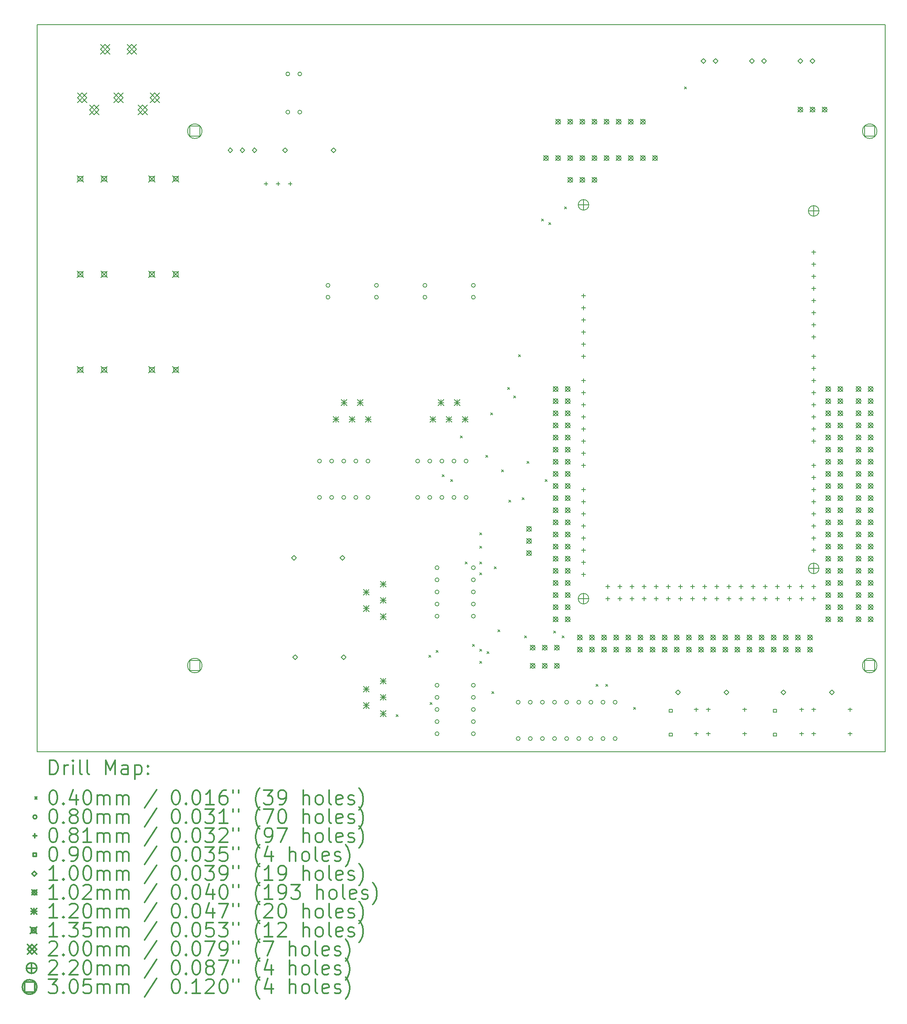
<source format=gbr>
%FSLAX45Y45*%
G04 Gerber Fmt 4.5, Leading zero omitted, Abs format (unit mm)*
G04 Created by KiCad (PCBNEW 4.0.1-stable) date Monday, February 22, 2016 'PMt' 07:07:46 PM*
%MOMM*%
G01*
G04 APERTURE LIST*
%ADD10C,0.127000*%
%ADD11C,0.150000*%
%ADD12C,0.200000*%
%ADD13C,0.300000*%
G04 APERTURE END LIST*
D10*
D11*
X6096000Y-1270000D02*
X6096000Y-16510000D01*
X23876000Y-1270000D02*
X6096000Y-1270000D01*
X23876000Y-16510000D02*
X23876000Y-1270000D01*
X6096000Y-16510000D02*
X23876000Y-16510000D01*
D12*
X13619800Y-15728000D02*
X13659800Y-15768000D01*
X13659800Y-15728000D02*
X13619800Y-15768000D01*
X14305600Y-14484200D02*
X14345600Y-14524200D01*
X14345600Y-14484200D02*
X14305600Y-14524200D01*
X14331000Y-15474000D02*
X14371000Y-15514000D01*
X14371000Y-15474000D02*
X14331000Y-15514000D01*
X14458000Y-14381800D02*
X14498000Y-14421800D01*
X14498000Y-14381800D02*
X14458000Y-14421800D01*
X14585000Y-10698800D02*
X14625000Y-10738800D01*
X14625000Y-10698800D02*
X14585000Y-10738800D01*
X14762800Y-10800400D02*
X14802800Y-10840400D01*
X14802800Y-10800400D02*
X14762800Y-10840400D01*
X14966000Y-9886000D02*
X15006000Y-9926000D01*
X15006000Y-9886000D02*
X14966000Y-9926000D01*
X15067600Y-12527600D02*
X15107600Y-12567600D01*
X15107600Y-12527600D02*
X15067600Y-12567600D01*
X15220000Y-14254800D02*
X15260000Y-14294800D01*
X15260000Y-14254800D02*
X15220000Y-14294800D01*
X15372400Y-11918000D02*
X15412400Y-11958000D01*
X15412400Y-11918000D02*
X15372400Y-11958000D01*
X15372400Y-12197400D02*
X15412400Y-12237400D01*
X15412400Y-12197400D02*
X15372400Y-12237400D01*
X15372400Y-12527600D02*
X15412400Y-12567600D01*
X15412400Y-12527600D02*
X15372400Y-12567600D01*
X15372400Y-12756200D02*
X15412400Y-12796200D01*
X15412400Y-12756200D02*
X15372400Y-12796200D01*
X15372400Y-14356400D02*
X15412400Y-14396400D01*
X15412400Y-14356400D02*
X15372400Y-14396400D01*
X15372400Y-14610400D02*
X15412400Y-14650400D01*
X15412400Y-14610400D02*
X15372400Y-14650400D01*
X15499400Y-10292400D02*
X15539400Y-10332400D01*
X15539400Y-10292400D02*
X15499400Y-10332400D01*
X15524800Y-14407200D02*
X15564800Y-14447200D01*
X15564800Y-14407200D02*
X15524800Y-14447200D01*
X15601000Y-9403400D02*
X15641000Y-9443400D01*
X15641000Y-9403400D02*
X15601000Y-9443400D01*
X15626400Y-15245400D02*
X15666400Y-15285400D01*
X15666400Y-15245400D02*
X15626400Y-15285400D01*
X15677200Y-12629200D02*
X15717200Y-12669200D01*
X15717200Y-12629200D02*
X15677200Y-12669200D01*
X15753400Y-13950000D02*
X15793400Y-13990000D01*
X15793400Y-13950000D02*
X15753400Y-13990000D01*
X15829600Y-10597200D02*
X15869600Y-10637200D01*
X15869600Y-10597200D02*
X15829600Y-10637200D01*
X15956600Y-8870000D02*
X15996600Y-8910000D01*
X15996600Y-8870000D02*
X15956600Y-8910000D01*
X15982000Y-11232200D02*
X16022000Y-11272200D01*
X16022000Y-11232200D02*
X15982000Y-11272200D01*
X16083600Y-9047800D02*
X16123600Y-9087800D01*
X16123600Y-9047800D02*
X16083600Y-9087800D01*
X16185200Y-8184200D02*
X16225200Y-8224200D01*
X16225200Y-8184200D02*
X16185200Y-8224200D01*
X16261400Y-11181400D02*
X16301400Y-11221400D01*
X16301400Y-11181400D02*
X16261400Y-11221400D01*
X16312200Y-14077000D02*
X16352200Y-14117000D01*
X16352200Y-14077000D02*
X16312200Y-14117000D01*
X16363000Y-10419400D02*
X16403000Y-10459400D01*
X16403000Y-10419400D02*
X16363000Y-10459400D01*
X16667800Y-5339400D02*
X16707800Y-5379400D01*
X16707800Y-5339400D02*
X16667800Y-5379400D01*
X16744000Y-10800400D02*
X16784000Y-10840400D01*
X16784000Y-10800400D02*
X16744000Y-10840400D01*
X16820200Y-5415600D02*
X16860200Y-5455600D01*
X16860200Y-5415600D02*
X16820200Y-5455600D01*
X16921800Y-13975400D02*
X16961800Y-14015400D01*
X16961800Y-13975400D02*
X16921800Y-14015400D01*
X17099600Y-14077000D02*
X17139600Y-14117000D01*
X17139600Y-14077000D02*
X17099600Y-14117000D01*
X17150400Y-5085400D02*
X17190400Y-5125400D01*
X17190400Y-5085400D02*
X17150400Y-5125400D01*
X17810800Y-15093000D02*
X17850800Y-15133000D01*
X17850800Y-15093000D02*
X17810800Y-15133000D01*
X18014000Y-15093000D02*
X18054000Y-15133000D01*
X18054000Y-15093000D02*
X18014000Y-15133000D01*
X18598200Y-15575600D02*
X18638200Y-15615600D01*
X18638200Y-15575600D02*
X18598200Y-15615600D01*
X19665000Y-2570800D02*
X19705000Y-2610800D01*
X19705000Y-2570800D02*
X19665000Y-2610800D01*
X11390000Y-2300000D02*
G75*
G03X11390000Y-2300000I-40000J0D01*
G01*
X11390000Y-3100000D02*
G75*
G03X11390000Y-3100000I-40000J0D01*
G01*
X11640000Y-2300000D02*
G75*
G03X11640000Y-2300000I-40000J0D01*
G01*
X11640000Y-3100000D02*
G75*
G03X11640000Y-3100000I-40000J0D01*
G01*
X12054200Y-10414000D02*
G75*
G03X12054200Y-10414000I-40000J0D01*
G01*
X12054200Y-11176000D02*
G75*
G03X12054200Y-11176000I-40000J0D01*
G01*
X12232000Y-6731000D02*
G75*
G03X12232000Y-6731000I-40000J0D01*
G01*
X12232000Y-6981000D02*
G75*
G03X12232000Y-6981000I-40000J0D01*
G01*
X12308200Y-10414000D02*
G75*
G03X12308200Y-10414000I-40000J0D01*
G01*
X12308200Y-11176000D02*
G75*
G03X12308200Y-11176000I-40000J0D01*
G01*
X12562200Y-10414000D02*
G75*
G03X12562200Y-10414000I-40000J0D01*
G01*
X12562200Y-11176000D02*
G75*
G03X12562200Y-11176000I-40000J0D01*
G01*
X12816200Y-10414000D02*
G75*
G03X12816200Y-10414000I-40000J0D01*
G01*
X12816200Y-11176000D02*
G75*
G03X12816200Y-11176000I-40000J0D01*
G01*
X13070200Y-10414000D02*
G75*
G03X13070200Y-10414000I-40000J0D01*
G01*
X13070200Y-11176000D02*
G75*
G03X13070200Y-11176000I-40000J0D01*
G01*
X13248000Y-6731000D02*
G75*
G03X13248000Y-6731000I-40000J0D01*
G01*
X13248000Y-6981000D02*
G75*
G03X13248000Y-6981000I-40000J0D01*
G01*
X14111600Y-10414000D02*
G75*
G03X14111600Y-10414000I-40000J0D01*
G01*
X14111600Y-11176000D02*
G75*
G03X14111600Y-11176000I-40000J0D01*
G01*
X14264000Y-6731000D02*
G75*
G03X14264000Y-6731000I-40000J0D01*
G01*
X14264000Y-6981000D02*
G75*
G03X14264000Y-6981000I-40000J0D01*
G01*
X14365600Y-10414000D02*
G75*
G03X14365600Y-10414000I-40000J0D01*
G01*
X14365600Y-11176000D02*
G75*
G03X14365600Y-11176000I-40000J0D01*
G01*
X14518000Y-12649200D02*
G75*
G03X14518000Y-12649200I-40000J0D01*
G01*
X14518000Y-12903200D02*
G75*
G03X14518000Y-12903200I-40000J0D01*
G01*
X14518000Y-13157200D02*
G75*
G03X14518000Y-13157200I-40000J0D01*
G01*
X14518000Y-13411200D02*
G75*
G03X14518000Y-13411200I-40000J0D01*
G01*
X14518000Y-13665200D02*
G75*
G03X14518000Y-13665200I-40000J0D01*
G01*
X14518000Y-15113000D02*
G75*
G03X14518000Y-15113000I-40000J0D01*
G01*
X14518000Y-15367000D02*
G75*
G03X14518000Y-15367000I-40000J0D01*
G01*
X14518000Y-15621000D02*
G75*
G03X14518000Y-15621000I-40000J0D01*
G01*
X14518000Y-15875000D02*
G75*
G03X14518000Y-15875000I-40000J0D01*
G01*
X14518000Y-16129000D02*
G75*
G03X14518000Y-16129000I-40000J0D01*
G01*
X14619600Y-10414000D02*
G75*
G03X14619600Y-10414000I-40000J0D01*
G01*
X14619600Y-11176000D02*
G75*
G03X14619600Y-11176000I-40000J0D01*
G01*
X14873600Y-10414000D02*
G75*
G03X14873600Y-10414000I-40000J0D01*
G01*
X14873600Y-11176000D02*
G75*
G03X14873600Y-11176000I-40000J0D01*
G01*
X15127600Y-10414000D02*
G75*
G03X15127600Y-10414000I-40000J0D01*
G01*
X15127600Y-11176000D02*
G75*
G03X15127600Y-11176000I-40000J0D01*
G01*
X15280000Y-6731000D02*
G75*
G03X15280000Y-6731000I-40000J0D01*
G01*
X15280000Y-6981000D02*
G75*
G03X15280000Y-6981000I-40000J0D01*
G01*
X15280000Y-12649200D02*
G75*
G03X15280000Y-12649200I-40000J0D01*
G01*
X15280000Y-12903200D02*
G75*
G03X15280000Y-12903200I-40000J0D01*
G01*
X15280000Y-13157200D02*
G75*
G03X15280000Y-13157200I-40000J0D01*
G01*
X15280000Y-13411200D02*
G75*
G03X15280000Y-13411200I-40000J0D01*
G01*
X15280000Y-13665200D02*
G75*
G03X15280000Y-13665200I-40000J0D01*
G01*
X15280000Y-15113000D02*
G75*
G03X15280000Y-15113000I-40000J0D01*
G01*
X15280000Y-15367000D02*
G75*
G03X15280000Y-15367000I-40000J0D01*
G01*
X15280000Y-15621000D02*
G75*
G03X15280000Y-15621000I-40000J0D01*
G01*
X15280000Y-15875000D02*
G75*
G03X15280000Y-15875000I-40000J0D01*
G01*
X15280000Y-16129000D02*
G75*
G03X15280000Y-16129000I-40000J0D01*
G01*
X16219800Y-15468600D02*
G75*
G03X16219800Y-15468600I-40000J0D01*
G01*
X16219800Y-16230600D02*
G75*
G03X16219800Y-16230600I-40000J0D01*
G01*
X16473800Y-15468600D02*
G75*
G03X16473800Y-15468600I-40000J0D01*
G01*
X16473800Y-16230600D02*
G75*
G03X16473800Y-16230600I-40000J0D01*
G01*
X16727800Y-15468600D02*
G75*
G03X16727800Y-15468600I-40000J0D01*
G01*
X16727800Y-16230600D02*
G75*
G03X16727800Y-16230600I-40000J0D01*
G01*
X16981800Y-15468600D02*
G75*
G03X16981800Y-15468600I-40000J0D01*
G01*
X16981800Y-16230600D02*
G75*
G03X16981800Y-16230600I-40000J0D01*
G01*
X17235800Y-15468600D02*
G75*
G03X17235800Y-15468600I-40000J0D01*
G01*
X17235800Y-16230600D02*
G75*
G03X17235800Y-16230600I-40000J0D01*
G01*
X17489800Y-15468600D02*
G75*
G03X17489800Y-15468600I-40000J0D01*
G01*
X17489800Y-16230600D02*
G75*
G03X17489800Y-16230600I-40000J0D01*
G01*
X17743800Y-15468600D02*
G75*
G03X17743800Y-15468600I-40000J0D01*
G01*
X17743800Y-16230600D02*
G75*
G03X17743800Y-16230600I-40000J0D01*
G01*
X17997800Y-15468600D02*
G75*
G03X17997800Y-15468600I-40000J0D01*
G01*
X17997800Y-16230600D02*
G75*
G03X17997800Y-16230600I-40000J0D01*
G01*
X18251800Y-15468600D02*
G75*
G03X18251800Y-15468600I-40000J0D01*
G01*
X18251800Y-16230600D02*
G75*
G03X18251800Y-16230600I-40000J0D01*
G01*
X10892000Y-4559360D02*
X10892000Y-4640640D01*
X10851360Y-4600000D02*
X10932640Y-4600000D01*
X11146000Y-4559360D02*
X11146000Y-4640640D01*
X11105360Y-4600000D02*
X11186640Y-4600000D01*
X11400000Y-4559360D02*
X11400000Y-4640640D01*
X11359360Y-4600000D02*
X11440640Y-4600000D01*
X17550000Y-6908160D02*
X17550000Y-6989440D01*
X17509360Y-6948800D02*
X17590640Y-6948800D01*
X17550000Y-7162160D02*
X17550000Y-7243440D01*
X17509360Y-7202800D02*
X17590640Y-7202800D01*
X17550000Y-7416160D02*
X17550000Y-7497440D01*
X17509360Y-7456800D02*
X17590640Y-7456800D01*
X17550000Y-7670160D02*
X17550000Y-7751440D01*
X17509360Y-7710800D02*
X17590640Y-7710800D01*
X17550000Y-7924160D02*
X17550000Y-8005440D01*
X17509360Y-7964800D02*
X17590640Y-7964800D01*
X17550000Y-8178160D02*
X17550000Y-8259440D01*
X17509360Y-8218800D02*
X17590640Y-8218800D01*
X17550000Y-8686160D02*
X17550000Y-8767440D01*
X17509360Y-8726800D02*
X17590640Y-8726800D01*
X17550000Y-8940160D02*
X17550000Y-9021440D01*
X17509360Y-8980800D02*
X17590640Y-8980800D01*
X17550000Y-9194160D02*
X17550000Y-9275440D01*
X17509360Y-9234800D02*
X17590640Y-9234800D01*
X17550000Y-9448160D02*
X17550000Y-9529440D01*
X17509360Y-9488800D02*
X17590640Y-9488800D01*
X17550000Y-9702160D02*
X17550000Y-9783440D01*
X17509360Y-9742800D02*
X17590640Y-9742800D01*
X17550000Y-9956160D02*
X17550000Y-10037440D01*
X17509360Y-9996800D02*
X17590640Y-9996800D01*
X17550000Y-10210160D02*
X17550000Y-10291440D01*
X17509360Y-10250800D02*
X17590640Y-10250800D01*
X17550000Y-10464160D02*
X17550000Y-10545440D01*
X17509360Y-10504800D02*
X17590640Y-10504800D01*
X17550000Y-10972160D02*
X17550000Y-11053440D01*
X17509360Y-11012800D02*
X17590640Y-11012800D01*
X17550000Y-11226160D02*
X17550000Y-11307440D01*
X17509360Y-11266800D02*
X17590640Y-11266800D01*
X17550000Y-11480160D02*
X17550000Y-11561440D01*
X17509360Y-11520800D02*
X17590640Y-11520800D01*
X17550000Y-11734160D02*
X17550000Y-11815440D01*
X17509360Y-11774800D02*
X17590640Y-11774800D01*
X17550000Y-11988160D02*
X17550000Y-12069440D01*
X17509360Y-12028800D02*
X17590640Y-12028800D01*
X17550000Y-12242160D02*
X17550000Y-12323440D01*
X17509360Y-12282800D02*
X17590640Y-12282800D01*
X17550000Y-12496160D02*
X17550000Y-12577440D01*
X17509360Y-12536800D02*
X17590640Y-12536800D01*
X17550000Y-12750160D02*
X17550000Y-12831440D01*
X17509360Y-12790800D02*
X17590640Y-12790800D01*
X18058000Y-13004160D02*
X18058000Y-13085440D01*
X18017360Y-13044800D02*
X18098640Y-13044800D01*
X18058000Y-13258160D02*
X18058000Y-13339440D01*
X18017360Y-13298800D02*
X18098640Y-13298800D01*
X18312000Y-13004160D02*
X18312000Y-13085440D01*
X18271360Y-13044800D02*
X18352640Y-13044800D01*
X18312000Y-13258160D02*
X18312000Y-13339440D01*
X18271360Y-13298800D02*
X18352640Y-13298800D01*
X18566000Y-13004160D02*
X18566000Y-13085440D01*
X18525360Y-13044800D02*
X18606640Y-13044800D01*
X18566000Y-13258160D02*
X18566000Y-13339440D01*
X18525360Y-13298800D02*
X18606640Y-13298800D01*
X18820000Y-13004160D02*
X18820000Y-13085440D01*
X18779360Y-13044800D02*
X18860640Y-13044800D01*
X18820000Y-13258160D02*
X18820000Y-13339440D01*
X18779360Y-13298800D02*
X18860640Y-13298800D01*
X19074000Y-13004160D02*
X19074000Y-13085440D01*
X19033360Y-13044800D02*
X19114640Y-13044800D01*
X19074000Y-13258160D02*
X19074000Y-13339440D01*
X19033360Y-13298800D02*
X19114640Y-13298800D01*
X19328000Y-13004160D02*
X19328000Y-13085440D01*
X19287360Y-13044800D02*
X19368640Y-13044800D01*
X19328000Y-13258160D02*
X19328000Y-13339440D01*
X19287360Y-13298800D02*
X19368640Y-13298800D01*
X19582000Y-13004160D02*
X19582000Y-13085440D01*
X19541360Y-13044800D02*
X19622640Y-13044800D01*
X19582000Y-13258160D02*
X19582000Y-13339440D01*
X19541360Y-13298800D02*
X19622640Y-13298800D01*
X19836000Y-13004160D02*
X19836000Y-13085440D01*
X19795360Y-13044800D02*
X19876640Y-13044800D01*
X19836000Y-13258160D02*
X19836000Y-13339440D01*
X19795360Y-13298800D02*
X19876640Y-13298800D01*
X19913600Y-15580360D02*
X19913600Y-15661640D01*
X19872960Y-15621000D02*
X19954240Y-15621000D01*
X19913600Y-16088360D02*
X19913600Y-16169640D01*
X19872960Y-16129000D02*
X19954240Y-16129000D01*
X20090000Y-13004160D02*
X20090000Y-13085440D01*
X20049360Y-13044800D02*
X20130640Y-13044800D01*
X20090000Y-13258160D02*
X20090000Y-13339440D01*
X20049360Y-13298800D02*
X20130640Y-13298800D01*
X20167600Y-15580360D02*
X20167600Y-15661640D01*
X20126960Y-15621000D02*
X20208240Y-15621000D01*
X20167600Y-16088360D02*
X20167600Y-16169640D01*
X20126960Y-16129000D02*
X20208240Y-16129000D01*
X20344000Y-13004160D02*
X20344000Y-13085440D01*
X20303360Y-13044800D02*
X20384640Y-13044800D01*
X20344000Y-13258160D02*
X20344000Y-13339440D01*
X20303360Y-13298800D02*
X20384640Y-13298800D01*
X20598000Y-13004160D02*
X20598000Y-13085440D01*
X20557360Y-13044800D02*
X20638640Y-13044800D01*
X20598000Y-13258160D02*
X20598000Y-13339440D01*
X20557360Y-13298800D02*
X20638640Y-13298800D01*
X20852000Y-13004160D02*
X20852000Y-13085440D01*
X20811360Y-13044800D02*
X20892640Y-13044800D01*
X20852000Y-13258160D02*
X20852000Y-13339440D01*
X20811360Y-13298800D02*
X20892640Y-13298800D01*
X20929600Y-15580360D02*
X20929600Y-15661640D01*
X20888960Y-15621000D02*
X20970240Y-15621000D01*
X20929600Y-16088360D02*
X20929600Y-16169640D01*
X20888960Y-16129000D02*
X20970240Y-16129000D01*
X21106000Y-13004160D02*
X21106000Y-13085440D01*
X21065360Y-13044800D02*
X21146640Y-13044800D01*
X21106000Y-13258160D02*
X21106000Y-13339440D01*
X21065360Y-13298800D02*
X21146640Y-13298800D01*
X21360000Y-13004160D02*
X21360000Y-13085440D01*
X21319360Y-13044800D02*
X21400640Y-13044800D01*
X21360000Y-13258160D02*
X21360000Y-13339440D01*
X21319360Y-13298800D02*
X21400640Y-13298800D01*
X21614000Y-13004160D02*
X21614000Y-13085440D01*
X21573360Y-13044800D02*
X21654640Y-13044800D01*
X21614000Y-13258160D02*
X21614000Y-13339440D01*
X21573360Y-13298800D02*
X21654640Y-13298800D01*
X21868000Y-13004160D02*
X21868000Y-13085440D01*
X21827360Y-13044800D02*
X21908640Y-13044800D01*
X21868000Y-13258160D02*
X21868000Y-13339440D01*
X21827360Y-13298800D02*
X21908640Y-13298800D01*
X22122000Y-13004160D02*
X22122000Y-13085440D01*
X22081360Y-13044800D02*
X22162640Y-13044800D01*
X22122000Y-13258160D02*
X22122000Y-13339440D01*
X22081360Y-13298800D02*
X22162640Y-13298800D01*
X22123400Y-15580360D02*
X22123400Y-15661640D01*
X22082760Y-15621000D02*
X22164040Y-15621000D01*
X22123400Y-16088360D02*
X22123400Y-16169640D01*
X22082760Y-16129000D02*
X22164040Y-16129000D01*
X22376000Y-5993760D02*
X22376000Y-6075040D01*
X22335360Y-6034400D02*
X22416640Y-6034400D01*
X22376000Y-6247760D02*
X22376000Y-6329040D01*
X22335360Y-6288400D02*
X22416640Y-6288400D01*
X22376000Y-6501760D02*
X22376000Y-6583040D01*
X22335360Y-6542400D02*
X22416640Y-6542400D01*
X22376000Y-6755760D02*
X22376000Y-6837040D01*
X22335360Y-6796400D02*
X22416640Y-6796400D01*
X22376000Y-7009760D02*
X22376000Y-7091040D01*
X22335360Y-7050400D02*
X22416640Y-7050400D01*
X22376000Y-7263760D02*
X22376000Y-7345040D01*
X22335360Y-7304400D02*
X22416640Y-7304400D01*
X22376000Y-7517760D02*
X22376000Y-7599040D01*
X22335360Y-7558400D02*
X22416640Y-7558400D01*
X22376000Y-7771760D02*
X22376000Y-7853040D01*
X22335360Y-7812400D02*
X22416640Y-7812400D01*
X22376000Y-8178160D02*
X22376000Y-8259440D01*
X22335360Y-8218800D02*
X22416640Y-8218800D01*
X22376000Y-8432160D02*
X22376000Y-8513440D01*
X22335360Y-8472800D02*
X22416640Y-8472800D01*
X22376000Y-8686160D02*
X22376000Y-8767440D01*
X22335360Y-8726800D02*
X22416640Y-8726800D01*
X22376000Y-8940160D02*
X22376000Y-9021440D01*
X22335360Y-8980800D02*
X22416640Y-8980800D01*
X22376000Y-9194160D02*
X22376000Y-9275440D01*
X22335360Y-9234800D02*
X22416640Y-9234800D01*
X22376000Y-9448160D02*
X22376000Y-9529440D01*
X22335360Y-9488800D02*
X22416640Y-9488800D01*
X22376000Y-9702160D02*
X22376000Y-9783440D01*
X22335360Y-9742800D02*
X22416640Y-9742800D01*
X22376000Y-9956160D02*
X22376000Y-10037440D01*
X22335360Y-9996800D02*
X22416640Y-9996800D01*
X22376000Y-10464160D02*
X22376000Y-10545440D01*
X22335360Y-10504800D02*
X22416640Y-10504800D01*
X22376000Y-10718160D02*
X22376000Y-10799440D01*
X22335360Y-10758800D02*
X22416640Y-10758800D01*
X22376000Y-10972160D02*
X22376000Y-11053440D01*
X22335360Y-11012800D02*
X22416640Y-11012800D01*
X22376000Y-11226160D02*
X22376000Y-11307440D01*
X22335360Y-11266800D02*
X22416640Y-11266800D01*
X22376000Y-11480160D02*
X22376000Y-11561440D01*
X22335360Y-11520800D02*
X22416640Y-11520800D01*
X22376000Y-11734160D02*
X22376000Y-11815440D01*
X22335360Y-11774800D02*
X22416640Y-11774800D01*
X22376000Y-11988160D02*
X22376000Y-12069440D01*
X22335360Y-12028800D02*
X22416640Y-12028800D01*
X22376000Y-12242160D02*
X22376000Y-12323440D01*
X22335360Y-12282800D02*
X22416640Y-12282800D01*
X22376000Y-13004160D02*
X22376000Y-13085440D01*
X22335360Y-13044800D02*
X22416640Y-13044800D01*
X22376000Y-13258160D02*
X22376000Y-13339440D01*
X22335360Y-13298800D02*
X22416640Y-13298800D01*
X22377400Y-15580360D02*
X22377400Y-15661640D01*
X22336760Y-15621000D02*
X22418040Y-15621000D01*
X22377400Y-16088360D02*
X22377400Y-16169640D01*
X22336760Y-16129000D02*
X22418040Y-16129000D01*
X23139400Y-15580360D02*
X23139400Y-15661640D01*
X23098760Y-15621000D02*
X23180040Y-15621000D01*
X23139400Y-16088360D02*
X23139400Y-16169640D01*
X23098760Y-16129000D02*
X23180040Y-16129000D01*
X19412020Y-15678220D02*
X19412020Y-15614580D01*
X19348380Y-15614580D01*
X19348380Y-15678220D01*
X19412020Y-15678220D01*
X19412020Y-16178220D02*
X19412020Y-16114580D01*
X19348380Y-16114580D01*
X19348380Y-16178220D01*
X19412020Y-16178220D01*
X21596420Y-15678220D02*
X21596420Y-15614580D01*
X21532780Y-15614580D01*
X21532780Y-15678220D01*
X21596420Y-15678220D01*
X21596420Y-16178220D02*
X21596420Y-16114580D01*
X21532780Y-16114580D01*
X21532780Y-16178220D01*
X21596420Y-16178220D01*
X10146000Y-3950038D02*
X10196038Y-3900000D01*
X10146000Y-3849962D01*
X10095962Y-3900000D01*
X10146000Y-3950038D01*
X10400000Y-3950038D02*
X10450038Y-3900000D01*
X10400000Y-3849962D01*
X10349962Y-3900000D01*
X10400000Y-3950038D01*
X10654000Y-3950038D02*
X10704038Y-3900000D01*
X10654000Y-3849962D01*
X10603962Y-3900000D01*
X10654000Y-3950038D01*
X11292000Y-3950038D02*
X11342038Y-3900000D01*
X11292000Y-3849962D01*
X11241962Y-3900000D01*
X11292000Y-3950038D01*
X11480800Y-12496038D02*
X11530838Y-12446000D01*
X11480800Y-12395962D01*
X11430762Y-12446000D01*
X11480800Y-12496038D01*
X11506200Y-14578838D02*
X11556238Y-14528800D01*
X11506200Y-14478762D01*
X11456162Y-14528800D01*
X11506200Y-14578838D01*
X12308000Y-3950038D02*
X12358038Y-3900000D01*
X12308000Y-3849962D01*
X12257962Y-3900000D01*
X12308000Y-3950038D01*
X12496800Y-12496038D02*
X12546838Y-12446000D01*
X12496800Y-12395962D01*
X12446762Y-12446000D01*
X12496800Y-12496038D01*
X12522200Y-14578838D02*
X12572238Y-14528800D01*
X12522200Y-14478762D01*
X12472162Y-14528800D01*
X12522200Y-14578838D01*
X19532600Y-15315438D02*
X19582638Y-15265400D01*
X19532600Y-15215362D01*
X19482562Y-15265400D01*
X19532600Y-15315438D01*
X20066000Y-2082038D02*
X20116038Y-2032000D01*
X20066000Y-1981962D01*
X20015962Y-2032000D01*
X20066000Y-2082038D01*
X20320000Y-2082038D02*
X20370038Y-2032000D01*
X20320000Y-1981962D01*
X20269962Y-2032000D01*
X20320000Y-2082038D01*
X20548600Y-15315438D02*
X20598638Y-15265400D01*
X20548600Y-15215362D01*
X20498562Y-15265400D01*
X20548600Y-15315438D01*
X21082000Y-2082038D02*
X21132038Y-2032000D01*
X21082000Y-1981962D01*
X21031962Y-2032000D01*
X21082000Y-2082038D01*
X21336000Y-2082038D02*
X21386038Y-2032000D01*
X21336000Y-1981962D01*
X21285962Y-2032000D01*
X21336000Y-2082038D01*
X21742400Y-15315438D02*
X21792438Y-15265400D01*
X21742400Y-15215362D01*
X21692362Y-15265400D01*
X21742400Y-15315438D01*
X22098000Y-2082038D02*
X22148038Y-2032000D01*
X22098000Y-1981962D01*
X22047962Y-2032000D01*
X22098000Y-2082038D01*
X22352000Y-2082038D02*
X22402038Y-2032000D01*
X22352000Y-1981962D01*
X22301962Y-2032000D01*
X22352000Y-2082038D01*
X22758400Y-15315438D02*
X22808438Y-15265400D01*
X22758400Y-15215362D01*
X22708362Y-15265400D01*
X22758400Y-15315438D01*
X16357600Y-11785600D02*
X16459200Y-11887200D01*
X16459200Y-11785600D02*
X16357600Y-11887200D01*
X16459200Y-11836400D02*
G75*
G03X16459200Y-11836400I-50800J0D01*
G01*
X16357600Y-12039600D02*
X16459200Y-12141200D01*
X16459200Y-12039600D02*
X16357600Y-12141200D01*
X16459200Y-12090400D02*
G75*
G03X16459200Y-12090400I-50800J0D01*
G01*
X16357600Y-12293600D02*
X16459200Y-12395200D01*
X16459200Y-12293600D02*
X16357600Y-12395200D01*
X16459200Y-12344400D02*
G75*
G03X16459200Y-12344400I-50800J0D01*
G01*
X16433800Y-14274800D02*
X16535400Y-14376400D01*
X16535400Y-14274800D02*
X16433800Y-14376400D01*
X16535400Y-14325600D02*
G75*
G03X16535400Y-14325600I-50800J0D01*
G01*
X16433800Y-14655800D02*
X16535400Y-14757400D01*
X16535400Y-14655800D02*
X16433800Y-14757400D01*
X16535400Y-14706600D02*
G75*
G03X16535400Y-14706600I-50800J0D01*
G01*
X16687800Y-14274800D02*
X16789400Y-14376400D01*
X16789400Y-14274800D02*
X16687800Y-14376400D01*
X16789400Y-14325600D02*
G75*
G03X16789400Y-14325600I-50800J0D01*
G01*
X16687800Y-14655800D02*
X16789400Y-14757400D01*
X16789400Y-14655800D02*
X16687800Y-14757400D01*
X16789400Y-14706600D02*
G75*
G03X16789400Y-14706600I-50800J0D01*
G01*
X16713200Y-4013200D02*
X16814800Y-4114800D01*
X16814800Y-4013200D02*
X16713200Y-4114800D01*
X16814800Y-4064000D02*
G75*
G03X16814800Y-4064000I-50800J0D01*
G01*
X16915000Y-8853800D02*
X17016600Y-8955400D01*
X17016600Y-8853800D02*
X16915000Y-8955400D01*
X17016600Y-8904600D02*
G75*
G03X17016600Y-8904600I-50800J0D01*
G01*
X16915000Y-9107800D02*
X17016600Y-9209400D01*
X17016600Y-9107800D02*
X16915000Y-9209400D01*
X17016600Y-9158600D02*
G75*
G03X17016600Y-9158600I-50800J0D01*
G01*
X16915000Y-9361800D02*
X17016600Y-9463400D01*
X17016600Y-9361800D02*
X16915000Y-9463400D01*
X17016600Y-9412600D02*
G75*
G03X17016600Y-9412600I-50800J0D01*
G01*
X16915000Y-9615800D02*
X17016600Y-9717400D01*
X17016600Y-9615800D02*
X16915000Y-9717400D01*
X17016600Y-9666600D02*
G75*
G03X17016600Y-9666600I-50800J0D01*
G01*
X16915000Y-9869800D02*
X17016600Y-9971400D01*
X17016600Y-9869800D02*
X16915000Y-9971400D01*
X17016600Y-9920600D02*
G75*
G03X17016600Y-9920600I-50800J0D01*
G01*
X16915000Y-10123800D02*
X17016600Y-10225400D01*
X17016600Y-10123800D02*
X16915000Y-10225400D01*
X17016600Y-10174600D02*
G75*
G03X17016600Y-10174600I-50800J0D01*
G01*
X16915000Y-10377800D02*
X17016600Y-10479400D01*
X17016600Y-10377800D02*
X16915000Y-10479400D01*
X17016600Y-10428600D02*
G75*
G03X17016600Y-10428600I-50800J0D01*
G01*
X16915000Y-10631800D02*
X17016600Y-10733400D01*
X17016600Y-10631800D02*
X16915000Y-10733400D01*
X17016600Y-10682600D02*
G75*
G03X17016600Y-10682600I-50800J0D01*
G01*
X16915000Y-10885800D02*
X17016600Y-10987400D01*
X17016600Y-10885800D02*
X16915000Y-10987400D01*
X17016600Y-10936600D02*
G75*
G03X17016600Y-10936600I-50800J0D01*
G01*
X16915000Y-11139800D02*
X17016600Y-11241400D01*
X17016600Y-11139800D02*
X16915000Y-11241400D01*
X17016600Y-11190600D02*
G75*
G03X17016600Y-11190600I-50800J0D01*
G01*
X16915000Y-11393800D02*
X17016600Y-11495400D01*
X17016600Y-11393800D02*
X16915000Y-11495400D01*
X17016600Y-11444600D02*
G75*
G03X17016600Y-11444600I-50800J0D01*
G01*
X16915000Y-11647800D02*
X17016600Y-11749400D01*
X17016600Y-11647800D02*
X16915000Y-11749400D01*
X17016600Y-11698600D02*
G75*
G03X17016600Y-11698600I-50800J0D01*
G01*
X16915000Y-11901800D02*
X17016600Y-12003400D01*
X17016600Y-11901800D02*
X16915000Y-12003400D01*
X17016600Y-11952600D02*
G75*
G03X17016600Y-11952600I-50800J0D01*
G01*
X16915000Y-12155800D02*
X17016600Y-12257400D01*
X17016600Y-12155800D02*
X16915000Y-12257400D01*
X17016600Y-12206600D02*
G75*
G03X17016600Y-12206600I-50800J0D01*
G01*
X16915000Y-12409800D02*
X17016600Y-12511400D01*
X17016600Y-12409800D02*
X16915000Y-12511400D01*
X17016600Y-12460600D02*
G75*
G03X17016600Y-12460600I-50800J0D01*
G01*
X16915000Y-12663800D02*
X17016600Y-12765400D01*
X17016600Y-12663800D02*
X16915000Y-12765400D01*
X17016600Y-12714600D02*
G75*
G03X17016600Y-12714600I-50800J0D01*
G01*
X16915000Y-12917800D02*
X17016600Y-13019400D01*
X17016600Y-12917800D02*
X16915000Y-13019400D01*
X17016600Y-12968600D02*
G75*
G03X17016600Y-12968600I-50800J0D01*
G01*
X16915000Y-13171800D02*
X17016600Y-13273400D01*
X17016600Y-13171800D02*
X16915000Y-13273400D01*
X17016600Y-13222600D02*
G75*
G03X17016600Y-13222600I-50800J0D01*
G01*
X16915000Y-13425800D02*
X17016600Y-13527400D01*
X17016600Y-13425800D02*
X16915000Y-13527400D01*
X17016600Y-13476600D02*
G75*
G03X17016600Y-13476600I-50800J0D01*
G01*
X16915000Y-13679800D02*
X17016600Y-13781400D01*
X17016600Y-13679800D02*
X16915000Y-13781400D01*
X17016600Y-13730600D02*
G75*
G03X17016600Y-13730600I-50800J0D01*
G01*
X16941800Y-14274800D02*
X17043400Y-14376400D01*
X17043400Y-14274800D02*
X16941800Y-14376400D01*
X17043400Y-14325600D02*
G75*
G03X17043400Y-14325600I-50800J0D01*
G01*
X16941800Y-14655800D02*
X17043400Y-14757400D01*
X17043400Y-14655800D02*
X16941800Y-14757400D01*
X17043400Y-14706600D02*
G75*
G03X17043400Y-14706600I-50800J0D01*
G01*
X16967200Y-3251200D02*
X17068800Y-3352800D01*
X17068800Y-3251200D02*
X16967200Y-3352800D01*
X17068800Y-3302000D02*
G75*
G03X17068800Y-3302000I-50800J0D01*
G01*
X16967200Y-4013200D02*
X17068800Y-4114800D01*
X17068800Y-4013200D02*
X16967200Y-4114800D01*
X17068800Y-4064000D02*
G75*
G03X17068800Y-4064000I-50800J0D01*
G01*
X17169000Y-8853800D02*
X17270600Y-8955400D01*
X17270600Y-8853800D02*
X17169000Y-8955400D01*
X17270600Y-8904600D02*
G75*
G03X17270600Y-8904600I-50800J0D01*
G01*
X17169000Y-9107800D02*
X17270600Y-9209400D01*
X17270600Y-9107800D02*
X17169000Y-9209400D01*
X17270600Y-9158600D02*
G75*
G03X17270600Y-9158600I-50800J0D01*
G01*
X17169000Y-9361800D02*
X17270600Y-9463400D01*
X17270600Y-9361800D02*
X17169000Y-9463400D01*
X17270600Y-9412600D02*
G75*
G03X17270600Y-9412600I-50800J0D01*
G01*
X17169000Y-9615800D02*
X17270600Y-9717400D01*
X17270600Y-9615800D02*
X17169000Y-9717400D01*
X17270600Y-9666600D02*
G75*
G03X17270600Y-9666600I-50800J0D01*
G01*
X17169000Y-9869800D02*
X17270600Y-9971400D01*
X17270600Y-9869800D02*
X17169000Y-9971400D01*
X17270600Y-9920600D02*
G75*
G03X17270600Y-9920600I-50800J0D01*
G01*
X17169000Y-10123800D02*
X17270600Y-10225400D01*
X17270600Y-10123800D02*
X17169000Y-10225400D01*
X17270600Y-10174600D02*
G75*
G03X17270600Y-10174600I-50800J0D01*
G01*
X17169000Y-10377800D02*
X17270600Y-10479400D01*
X17270600Y-10377800D02*
X17169000Y-10479400D01*
X17270600Y-10428600D02*
G75*
G03X17270600Y-10428600I-50800J0D01*
G01*
X17169000Y-10631800D02*
X17270600Y-10733400D01*
X17270600Y-10631800D02*
X17169000Y-10733400D01*
X17270600Y-10682600D02*
G75*
G03X17270600Y-10682600I-50800J0D01*
G01*
X17169000Y-10885800D02*
X17270600Y-10987400D01*
X17270600Y-10885800D02*
X17169000Y-10987400D01*
X17270600Y-10936600D02*
G75*
G03X17270600Y-10936600I-50800J0D01*
G01*
X17169000Y-11139800D02*
X17270600Y-11241400D01*
X17270600Y-11139800D02*
X17169000Y-11241400D01*
X17270600Y-11190600D02*
G75*
G03X17270600Y-11190600I-50800J0D01*
G01*
X17169000Y-11393800D02*
X17270600Y-11495400D01*
X17270600Y-11393800D02*
X17169000Y-11495400D01*
X17270600Y-11444600D02*
G75*
G03X17270600Y-11444600I-50800J0D01*
G01*
X17169000Y-11647800D02*
X17270600Y-11749400D01*
X17270600Y-11647800D02*
X17169000Y-11749400D01*
X17270600Y-11698600D02*
G75*
G03X17270600Y-11698600I-50800J0D01*
G01*
X17169000Y-11901800D02*
X17270600Y-12003400D01*
X17270600Y-11901800D02*
X17169000Y-12003400D01*
X17270600Y-11952600D02*
G75*
G03X17270600Y-11952600I-50800J0D01*
G01*
X17169000Y-12155800D02*
X17270600Y-12257400D01*
X17270600Y-12155800D02*
X17169000Y-12257400D01*
X17270600Y-12206600D02*
G75*
G03X17270600Y-12206600I-50800J0D01*
G01*
X17169000Y-12409800D02*
X17270600Y-12511400D01*
X17270600Y-12409800D02*
X17169000Y-12511400D01*
X17270600Y-12460600D02*
G75*
G03X17270600Y-12460600I-50800J0D01*
G01*
X17169000Y-12663800D02*
X17270600Y-12765400D01*
X17270600Y-12663800D02*
X17169000Y-12765400D01*
X17270600Y-12714600D02*
G75*
G03X17270600Y-12714600I-50800J0D01*
G01*
X17169000Y-12917800D02*
X17270600Y-13019400D01*
X17270600Y-12917800D02*
X17169000Y-13019400D01*
X17270600Y-12968600D02*
G75*
G03X17270600Y-12968600I-50800J0D01*
G01*
X17169000Y-13171800D02*
X17270600Y-13273400D01*
X17270600Y-13171800D02*
X17169000Y-13273400D01*
X17270600Y-13222600D02*
G75*
G03X17270600Y-13222600I-50800J0D01*
G01*
X17169000Y-13425800D02*
X17270600Y-13527400D01*
X17270600Y-13425800D02*
X17169000Y-13527400D01*
X17270600Y-13476600D02*
G75*
G03X17270600Y-13476600I-50800J0D01*
G01*
X17169000Y-13679800D02*
X17270600Y-13781400D01*
X17270600Y-13679800D02*
X17169000Y-13781400D01*
X17270600Y-13730600D02*
G75*
G03X17270600Y-13730600I-50800J0D01*
G01*
X17221200Y-3251200D02*
X17322800Y-3352800D01*
X17322800Y-3251200D02*
X17221200Y-3352800D01*
X17322800Y-3302000D02*
G75*
G03X17322800Y-3302000I-50800J0D01*
G01*
X17221200Y-4013200D02*
X17322800Y-4114800D01*
X17322800Y-4013200D02*
X17221200Y-4114800D01*
X17322800Y-4064000D02*
G75*
G03X17322800Y-4064000I-50800J0D01*
G01*
X17221200Y-4470400D02*
X17322800Y-4572000D01*
X17322800Y-4470400D02*
X17221200Y-4572000D01*
X17322800Y-4521200D02*
G75*
G03X17322800Y-4521200I-50800J0D01*
G01*
X17423000Y-14060800D02*
X17524600Y-14162400D01*
X17524600Y-14060800D02*
X17423000Y-14162400D01*
X17524600Y-14111600D02*
G75*
G03X17524600Y-14111600I-50800J0D01*
G01*
X17423000Y-14314800D02*
X17524600Y-14416400D01*
X17524600Y-14314800D02*
X17423000Y-14416400D01*
X17524600Y-14365600D02*
G75*
G03X17524600Y-14365600I-50800J0D01*
G01*
X17475200Y-3251200D02*
X17576800Y-3352800D01*
X17576800Y-3251200D02*
X17475200Y-3352800D01*
X17576800Y-3302000D02*
G75*
G03X17576800Y-3302000I-50800J0D01*
G01*
X17475200Y-4013200D02*
X17576800Y-4114800D01*
X17576800Y-4013200D02*
X17475200Y-4114800D01*
X17576800Y-4064000D02*
G75*
G03X17576800Y-4064000I-50800J0D01*
G01*
X17475200Y-4470400D02*
X17576800Y-4572000D01*
X17576800Y-4470400D02*
X17475200Y-4572000D01*
X17576800Y-4521200D02*
G75*
G03X17576800Y-4521200I-50800J0D01*
G01*
X17677000Y-14060800D02*
X17778600Y-14162400D01*
X17778600Y-14060800D02*
X17677000Y-14162400D01*
X17778600Y-14111600D02*
G75*
G03X17778600Y-14111600I-50800J0D01*
G01*
X17677000Y-14314800D02*
X17778600Y-14416400D01*
X17778600Y-14314800D02*
X17677000Y-14416400D01*
X17778600Y-14365600D02*
G75*
G03X17778600Y-14365600I-50800J0D01*
G01*
X17729200Y-3251200D02*
X17830800Y-3352800D01*
X17830800Y-3251200D02*
X17729200Y-3352800D01*
X17830800Y-3302000D02*
G75*
G03X17830800Y-3302000I-50800J0D01*
G01*
X17729200Y-4013200D02*
X17830800Y-4114800D01*
X17830800Y-4013200D02*
X17729200Y-4114800D01*
X17830800Y-4064000D02*
G75*
G03X17830800Y-4064000I-50800J0D01*
G01*
X17729200Y-4470400D02*
X17830800Y-4572000D01*
X17830800Y-4470400D02*
X17729200Y-4572000D01*
X17830800Y-4521200D02*
G75*
G03X17830800Y-4521200I-50800J0D01*
G01*
X17931000Y-14060800D02*
X18032600Y-14162400D01*
X18032600Y-14060800D02*
X17931000Y-14162400D01*
X18032600Y-14111600D02*
G75*
G03X18032600Y-14111600I-50800J0D01*
G01*
X17931000Y-14314800D02*
X18032600Y-14416400D01*
X18032600Y-14314800D02*
X17931000Y-14416400D01*
X18032600Y-14365600D02*
G75*
G03X18032600Y-14365600I-50800J0D01*
G01*
X17983200Y-3251200D02*
X18084800Y-3352800D01*
X18084800Y-3251200D02*
X17983200Y-3352800D01*
X18084800Y-3302000D02*
G75*
G03X18084800Y-3302000I-50800J0D01*
G01*
X17983200Y-4013200D02*
X18084800Y-4114800D01*
X18084800Y-4013200D02*
X17983200Y-4114800D01*
X18084800Y-4064000D02*
G75*
G03X18084800Y-4064000I-50800J0D01*
G01*
X18185000Y-14060800D02*
X18286600Y-14162400D01*
X18286600Y-14060800D02*
X18185000Y-14162400D01*
X18286600Y-14111600D02*
G75*
G03X18286600Y-14111600I-50800J0D01*
G01*
X18185000Y-14314800D02*
X18286600Y-14416400D01*
X18286600Y-14314800D02*
X18185000Y-14416400D01*
X18286600Y-14365600D02*
G75*
G03X18286600Y-14365600I-50800J0D01*
G01*
X18237200Y-3251200D02*
X18338800Y-3352800D01*
X18338800Y-3251200D02*
X18237200Y-3352800D01*
X18338800Y-3302000D02*
G75*
G03X18338800Y-3302000I-50800J0D01*
G01*
X18237200Y-4013200D02*
X18338800Y-4114800D01*
X18338800Y-4013200D02*
X18237200Y-4114800D01*
X18338800Y-4064000D02*
G75*
G03X18338800Y-4064000I-50800J0D01*
G01*
X18439000Y-14060800D02*
X18540600Y-14162400D01*
X18540600Y-14060800D02*
X18439000Y-14162400D01*
X18540600Y-14111600D02*
G75*
G03X18540600Y-14111600I-50800J0D01*
G01*
X18439000Y-14314800D02*
X18540600Y-14416400D01*
X18540600Y-14314800D02*
X18439000Y-14416400D01*
X18540600Y-14365600D02*
G75*
G03X18540600Y-14365600I-50800J0D01*
G01*
X18491200Y-3251200D02*
X18592800Y-3352800D01*
X18592800Y-3251200D02*
X18491200Y-3352800D01*
X18592800Y-3302000D02*
G75*
G03X18592800Y-3302000I-50800J0D01*
G01*
X18491200Y-4013200D02*
X18592800Y-4114800D01*
X18592800Y-4013200D02*
X18491200Y-4114800D01*
X18592800Y-4064000D02*
G75*
G03X18592800Y-4064000I-50800J0D01*
G01*
X18693000Y-14060800D02*
X18794600Y-14162400D01*
X18794600Y-14060800D02*
X18693000Y-14162400D01*
X18794600Y-14111600D02*
G75*
G03X18794600Y-14111600I-50800J0D01*
G01*
X18693000Y-14314800D02*
X18794600Y-14416400D01*
X18794600Y-14314800D02*
X18693000Y-14416400D01*
X18794600Y-14365600D02*
G75*
G03X18794600Y-14365600I-50800J0D01*
G01*
X18745200Y-3251200D02*
X18846800Y-3352800D01*
X18846800Y-3251200D02*
X18745200Y-3352800D01*
X18846800Y-3302000D02*
G75*
G03X18846800Y-3302000I-50800J0D01*
G01*
X18745200Y-4013200D02*
X18846800Y-4114800D01*
X18846800Y-4013200D02*
X18745200Y-4114800D01*
X18846800Y-4064000D02*
G75*
G03X18846800Y-4064000I-50800J0D01*
G01*
X18947000Y-14060800D02*
X19048600Y-14162400D01*
X19048600Y-14060800D02*
X18947000Y-14162400D01*
X19048600Y-14111600D02*
G75*
G03X19048600Y-14111600I-50800J0D01*
G01*
X18947000Y-14314800D02*
X19048600Y-14416400D01*
X19048600Y-14314800D02*
X18947000Y-14416400D01*
X19048600Y-14365600D02*
G75*
G03X19048600Y-14365600I-50800J0D01*
G01*
X18999200Y-4013200D02*
X19100800Y-4114800D01*
X19100800Y-4013200D02*
X18999200Y-4114800D01*
X19100800Y-4064000D02*
G75*
G03X19100800Y-4064000I-50800J0D01*
G01*
X19201000Y-14060800D02*
X19302600Y-14162400D01*
X19302600Y-14060800D02*
X19201000Y-14162400D01*
X19302600Y-14111600D02*
G75*
G03X19302600Y-14111600I-50800J0D01*
G01*
X19201000Y-14314800D02*
X19302600Y-14416400D01*
X19302600Y-14314800D02*
X19201000Y-14416400D01*
X19302600Y-14365600D02*
G75*
G03X19302600Y-14365600I-50800J0D01*
G01*
X19455000Y-14060800D02*
X19556600Y-14162400D01*
X19556600Y-14060800D02*
X19455000Y-14162400D01*
X19556600Y-14111600D02*
G75*
G03X19556600Y-14111600I-50800J0D01*
G01*
X19455000Y-14314800D02*
X19556600Y-14416400D01*
X19556600Y-14314800D02*
X19455000Y-14416400D01*
X19556600Y-14365600D02*
G75*
G03X19556600Y-14365600I-50800J0D01*
G01*
X19709000Y-14060800D02*
X19810600Y-14162400D01*
X19810600Y-14060800D02*
X19709000Y-14162400D01*
X19810600Y-14111600D02*
G75*
G03X19810600Y-14111600I-50800J0D01*
G01*
X19709000Y-14314800D02*
X19810600Y-14416400D01*
X19810600Y-14314800D02*
X19709000Y-14416400D01*
X19810600Y-14365600D02*
G75*
G03X19810600Y-14365600I-50800J0D01*
G01*
X19963000Y-14060800D02*
X20064600Y-14162400D01*
X20064600Y-14060800D02*
X19963000Y-14162400D01*
X20064600Y-14111600D02*
G75*
G03X20064600Y-14111600I-50800J0D01*
G01*
X19963000Y-14314800D02*
X20064600Y-14416400D01*
X20064600Y-14314800D02*
X19963000Y-14416400D01*
X20064600Y-14365600D02*
G75*
G03X20064600Y-14365600I-50800J0D01*
G01*
X20217000Y-14060800D02*
X20318600Y-14162400D01*
X20318600Y-14060800D02*
X20217000Y-14162400D01*
X20318600Y-14111600D02*
G75*
G03X20318600Y-14111600I-50800J0D01*
G01*
X20217000Y-14314800D02*
X20318600Y-14416400D01*
X20318600Y-14314800D02*
X20217000Y-14416400D01*
X20318600Y-14365600D02*
G75*
G03X20318600Y-14365600I-50800J0D01*
G01*
X20471000Y-14060800D02*
X20572600Y-14162400D01*
X20572600Y-14060800D02*
X20471000Y-14162400D01*
X20572600Y-14111600D02*
G75*
G03X20572600Y-14111600I-50800J0D01*
G01*
X20471000Y-14314800D02*
X20572600Y-14416400D01*
X20572600Y-14314800D02*
X20471000Y-14416400D01*
X20572600Y-14365600D02*
G75*
G03X20572600Y-14365600I-50800J0D01*
G01*
X20725000Y-14060800D02*
X20826600Y-14162400D01*
X20826600Y-14060800D02*
X20725000Y-14162400D01*
X20826600Y-14111600D02*
G75*
G03X20826600Y-14111600I-50800J0D01*
G01*
X20725000Y-14314800D02*
X20826600Y-14416400D01*
X20826600Y-14314800D02*
X20725000Y-14416400D01*
X20826600Y-14365600D02*
G75*
G03X20826600Y-14365600I-50800J0D01*
G01*
X20979000Y-14060800D02*
X21080600Y-14162400D01*
X21080600Y-14060800D02*
X20979000Y-14162400D01*
X21080600Y-14111600D02*
G75*
G03X21080600Y-14111600I-50800J0D01*
G01*
X20979000Y-14314800D02*
X21080600Y-14416400D01*
X21080600Y-14314800D02*
X20979000Y-14416400D01*
X21080600Y-14365600D02*
G75*
G03X21080600Y-14365600I-50800J0D01*
G01*
X21233000Y-14060800D02*
X21334600Y-14162400D01*
X21334600Y-14060800D02*
X21233000Y-14162400D01*
X21334600Y-14111600D02*
G75*
G03X21334600Y-14111600I-50800J0D01*
G01*
X21233000Y-14314800D02*
X21334600Y-14416400D01*
X21334600Y-14314800D02*
X21233000Y-14416400D01*
X21334600Y-14365600D02*
G75*
G03X21334600Y-14365600I-50800J0D01*
G01*
X21487000Y-14060800D02*
X21588600Y-14162400D01*
X21588600Y-14060800D02*
X21487000Y-14162400D01*
X21588600Y-14111600D02*
G75*
G03X21588600Y-14111600I-50800J0D01*
G01*
X21487000Y-14314800D02*
X21588600Y-14416400D01*
X21588600Y-14314800D02*
X21487000Y-14416400D01*
X21588600Y-14365600D02*
G75*
G03X21588600Y-14365600I-50800J0D01*
G01*
X21741000Y-14060800D02*
X21842600Y-14162400D01*
X21842600Y-14060800D02*
X21741000Y-14162400D01*
X21842600Y-14111600D02*
G75*
G03X21842600Y-14111600I-50800J0D01*
G01*
X21741000Y-14314800D02*
X21842600Y-14416400D01*
X21842600Y-14314800D02*
X21741000Y-14416400D01*
X21842600Y-14365600D02*
G75*
G03X21842600Y-14365600I-50800J0D01*
G01*
X21995000Y-14060800D02*
X22096600Y-14162400D01*
X22096600Y-14060800D02*
X21995000Y-14162400D01*
X22096600Y-14111600D02*
G75*
G03X22096600Y-14111600I-50800J0D01*
G01*
X21995000Y-14314800D02*
X22096600Y-14416400D01*
X22096600Y-14314800D02*
X21995000Y-14416400D01*
X22096600Y-14365600D02*
G75*
G03X22096600Y-14365600I-50800J0D01*
G01*
X22047200Y-2997200D02*
X22148800Y-3098800D01*
X22148800Y-2997200D02*
X22047200Y-3098800D01*
X22148800Y-3048000D02*
G75*
G03X22148800Y-3048000I-50800J0D01*
G01*
X22249000Y-14060800D02*
X22350600Y-14162400D01*
X22350600Y-14060800D02*
X22249000Y-14162400D01*
X22350600Y-14111600D02*
G75*
G03X22350600Y-14111600I-50800J0D01*
G01*
X22249000Y-14314800D02*
X22350600Y-14416400D01*
X22350600Y-14314800D02*
X22249000Y-14416400D01*
X22350600Y-14365600D02*
G75*
G03X22350600Y-14365600I-50800J0D01*
G01*
X22301200Y-2997200D02*
X22402800Y-3098800D01*
X22402800Y-2997200D02*
X22301200Y-3098800D01*
X22402800Y-3048000D02*
G75*
G03X22402800Y-3048000I-50800J0D01*
G01*
X22555200Y-2997200D02*
X22656800Y-3098800D01*
X22656800Y-2997200D02*
X22555200Y-3098800D01*
X22656800Y-3048000D02*
G75*
G03X22656800Y-3048000I-50800J0D01*
G01*
X22630000Y-8853800D02*
X22731600Y-8955400D01*
X22731600Y-8853800D02*
X22630000Y-8955400D01*
X22731600Y-8904600D02*
G75*
G03X22731600Y-8904600I-50800J0D01*
G01*
X22630000Y-9107800D02*
X22731600Y-9209400D01*
X22731600Y-9107800D02*
X22630000Y-9209400D01*
X22731600Y-9158600D02*
G75*
G03X22731600Y-9158600I-50800J0D01*
G01*
X22630000Y-9361800D02*
X22731600Y-9463400D01*
X22731600Y-9361800D02*
X22630000Y-9463400D01*
X22731600Y-9412600D02*
G75*
G03X22731600Y-9412600I-50800J0D01*
G01*
X22630000Y-9615800D02*
X22731600Y-9717400D01*
X22731600Y-9615800D02*
X22630000Y-9717400D01*
X22731600Y-9666600D02*
G75*
G03X22731600Y-9666600I-50800J0D01*
G01*
X22630000Y-9869800D02*
X22731600Y-9971400D01*
X22731600Y-9869800D02*
X22630000Y-9971400D01*
X22731600Y-9920600D02*
G75*
G03X22731600Y-9920600I-50800J0D01*
G01*
X22630000Y-10123800D02*
X22731600Y-10225400D01*
X22731600Y-10123800D02*
X22630000Y-10225400D01*
X22731600Y-10174600D02*
G75*
G03X22731600Y-10174600I-50800J0D01*
G01*
X22630000Y-10377800D02*
X22731600Y-10479400D01*
X22731600Y-10377800D02*
X22630000Y-10479400D01*
X22731600Y-10428600D02*
G75*
G03X22731600Y-10428600I-50800J0D01*
G01*
X22630000Y-10631800D02*
X22731600Y-10733400D01*
X22731600Y-10631800D02*
X22630000Y-10733400D01*
X22731600Y-10682600D02*
G75*
G03X22731600Y-10682600I-50800J0D01*
G01*
X22630000Y-10885800D02*
X22731600Y-10987400D01*
X22731600Y-10885800D02*
X22630000Y-10987400D01*
X22731600Y-10936600D02*
G75*
G03X22731600Y-10936600I-50800J0D01*
G01*
X22630000Y-11139800D02*
X22731600Y-11241400D01*
X22731600Y-11139800D02*
X22630000Y-11241400D01*
X22731600Y-11190600D02*
G75*
G03X22731600Y-11190600I-50800J0D01*
G01*
X22630000Y-11393800D02*
X22731600Y-11495400D01*
X22731600Y-11393800D02*
X22630000Y-11495400D01*
X22731600Y-11444600D02*
G75*
G03X22731600Y-11444600I-50800J0D01*
G01*
X22630000Y-11647800D02*
X22731600Y-11749400D01*
X22731600Y-11647800D02*
X22630000Y-11749400D01*
X22731600Y-11698600D02*
G75*
G03X22731600Y-11698600I-50800J0D01*
G01*
X22630000Y-11901800D02*
X22731600Y-12003400D01*
X22731600Y-11901800D02*
X22630000Y-12003400D01*
X22731600Y-11952600D02*
G75*
G03X22731600Y-11952600I-50800J0D01*
G01*
X22630000Y-12155800D02*
X22731600Y-12257400D01*
X22731600Y-12155800D02*
X22630000Y-12257400D01*
X22731600Y-12206600D02*
G75*
G03X22731600Y-12206600I-50800J0D01*
G01*
X22630000Y-12409800D02*
X22731600Y-12511400D01*
X22731600Y-12409800D02*
X22630000Y-12511400D01*
X22731600Y-12460600D02*
G75*
G03X22731600Y-12460600I-50800J0D01*
G01*
X22630000Y-12663800D02*
X22731600Y-12765400D01*
X22731600Y-12663800D02*
X22630000Y-12765400D01*
X22731600Y-12714600D02*
G75*
G03X22731600Y-12714600I-50800J0D01*
G01*
X22630000Y-12917800D02*
X22731600Y-13019400D01*
X22731600Y-12917800D02*
X22630000Y-13019400D01*
X22731600Y-12968600D02*
G75*
G03X22731600Y-12968600I-50800J0D01*
G01*
X22630000Y-13171800D02*
X22731600Y-13273400D01*
X22731600Y-13171800D02*
X22630000Y-13273400D01*
X22731600Y-13222600D02*
G75*
G03X22731600Y-13222600I-50800J0D01*
G01*
X22630000Y-13425800D02*
X22731600Y-13527400D01*
X22731600Y-13425800D02*
X22630000Y-13527400D01*
X22731600Y-13476600D02*
G75*
G03X22731600Y-13476600I-50800J0D01*
G01*
X22630000Y-13679800D02*
X22731600Y-13781400D01*
X22731600Y-13679800D02*
X22630000Y-13781400D01*
X22731600Y-13730600D02*
G75*
G03X22731600Y-13730600I-50800J0D01*
G01*
X22884000Y-8853800D02*
X22985600Y-8955400D01*
X22985600Y-8853800D02*
X22884000Y-8955400D01*
X22985600Y-8904600D02*
G75*
G03X22985600Y-8904600I-50800J0D01*
G01*
X22884000Y-9107800D02*
X22985600Y-9209400D01*
X22985600Y-9107800D02*
X22884000Y-9209400D01*
X22985600Y-9158600D02*
G75*
G03X22985600Y-9158600I-50800J0D01*
G01*
X22884000Y-9361800D02*
X22985600Y-9463400D01*
X22985600Y-9361800D02*
X22884000Y-9463400D01*
X22985600Y-9412600D02*
G75*
G03X22985600Y-9412600I-50800J0D01*
G01*
X22884000Y-9615800D02*
X22985600Y-9717400D01*
X22985600Y-9615800D02*
X22884000Y-9717400D01*
X22985600Y-9666600D02*
G75*
G03X22985600Y-9666600I-50800J0D01*
G01*
X22884000Y-9869800D02*
X22985600Y-9971400D01*
X22985600Y-9869800D02*
X22884000Y-9971400D01*
X22985600Y-9920600D02*
G75*
G03X22985600Y-9920600I-50800J0D01*
G01*
X22884000Y-10123800D02*
X22985600Y-10225400D01*
X22985600Y-10123800D02*
X22884000Y-10225400D01*
X22985600Y-10174600D02*
G75*
G03X22985600Y-10174600I-50800J0D01*
G01*
X22884000Y-10377800D02*
X22985600Y-10479400D01*
X22985600Y-10377800D02*
X22884000Y-10479400D01*
X22985600Y-10428600D02*
G75*
G03X22985600Y-10428600I-50800J0D01*
G01*
X22884000Y-10631800D02*
X22985600Y-10733400D01*
X22985600Y-10631800D02*
X22884000Y-10733400D01*
X22985600Y-10682600D02*
G75*
G03X22985600Y-10682600I-50800J0D01*
G01*
X22884000Y-10885800D02*
X22985600Y-10987400D01*
X22985600Y-10885800D02*
X22884000Y-10987400D01*
X22985600Y-10936600D02*
G75*
G03X22985600Y-10936600I-50800J0D01*
G01*
X22884000Y-11139800D02*
X22985600Y-11241400D01*
X22985600Y-11139800D02*
X22884000Y-11241400D01*
X22985600Y-11190600D02*
G75*
G03X22985600Y-11190600I-50800J0D01*
G01*
X22884000Y-11393800D02*
X22985600Y-11495400D01*
X22985600Y-11393800D02*
X22884000Y-11495400D01*
X22985600Y-11444600D02*
G75*
G03X22985600Y-11444600I-50800J0D01*
G01*
X22884000Y-11647800D02*
X22985600Y-11749400D01*
X22985600Y-11647800D02*
X22884000Y-11749400D01*
X22985600Y-11698600D02*
G75*
G03X22985600Y-11698600I-50800J0D01*
G01*
X22884000Y-11901800D02*
X22985600Y-12003400D01*
X22985600Y-11901800D02*
X22884000Y-12003400D01*
X22985600Y-11952600D02*
G75*
G03X22985600Y-11952600I-50800J0D01*
G01*
X22884000Y-12155800D02*
X22985600Y-12257400D01*
X22985600Y-12155800D02*
X22884000Y-12257400D01*
X22985600Y-12206600D02*
G75*
G03X22985600Y-12206600I-50800J0D01*
G01*
X22884000Y-12409800D02*
X22985600Y-12511400D01*
X22985600Y-12409800D02*
X22884000Y-12511400D01*
X22985600Y-12460600D02*
G75*
G03X22985600Y-12460600I-50800J0D01*
G01*
X22884000Y-12663800D02*
X22985600Y-12765400D01*
X22985600Y-12663800D02*
X22884000Y-12765400D01*
X22985600Y-12714600D02*
G75*
G03X22985600Y-12714600I-50800J0D01*
G01*
X22884000Y-12917800D02*
X22985600Y-13019400D01*
X22985600Y-12917800D02*
X22884000Y-13019400D01*
X22985600Y-12968600D02*
G75*
G03X22985600Y-12968600I-50800J0D01*
G01*
X22884000Y-13171800D02*
X22985600Y-13273400D01*
X22985600Y-13171800D02*
X22884000Y-13273400D01*
X22985600Y-13222600D02*
G75*
G03X22985600Y-13222600I-50800J0D01*
G01*
X22884000Y-13425800D02*
X22985600Y-13527400D01*
X22985600Y-13425800D02*
X22884000Y-13527400D01*
X22985600Y-13476600D02*
G75*
G03X22985600Y-13476600I-50800J0D01*
G01*
X22884000Y-13679800D02*
X22985600Y-13781400D01*
X22985600Y-13679800D02*
X22884000Y-13781400D01*
X22985600Y-13730600D02*
G75*
G03X22985600Y-13730600I-50800J0D01*
G01*
X23266400Y-8851900D02*
X23368000Y-8953500D01*
X23368000Y-8851900D02*
X23266400Y-8953500D01*
X23368000Y-8902700D02*
G75*
G03X23368000Y-8902700I-50800J0D01*
G01*
X23266400Y-9105900D02*
X23368000Y-9207500D01*
X23368000Y-9105900D02*
X23266400Y-9207500D01*
X23368000Y-9156700D02*
G75*
G03X23368000Y-9156700I-50800J0D01*
G01*
X23266400Y-9359900D02*
X23368000Y-9461500D01*
X23368000Y-9359900D02*
X23266400Y-9461500D01*
X23368000Y-9410700D02*
G75*
G03X23368000Y-9410700I-50800J0D01*
G01*
X23266400Y-9613900D02*
X23368000Y-9715500D01*
X23368000Y-9613900D02*
X23266400Y-9715500D01*
X23368000Y-9664700D02*
G75*
G03X23368000Y-9664700I-50800J0D01*
G01*
X23266400Y-9867900D02*
X23368000Y-9969500D01*
X23368000Y-9867900D02*
X23266400Y-9969500D01*
X23368000Y-9918700D02*
G75*
G03X23368000Y-9918700I-50800J0D01*
G01*
X23266400Y-10121900D02*
X23368000Y-10223500D01*
X23368000Y-10121900D02*
X23266400Y-10223500D01*
X23368000Y-10172700D02*
G75*
G03X23368000Y-10172700I-50800J0D01*
G01*
X23266400Y-10375900D02*
X23368000Y-10477500D01*
X23368000Y-10375900D02*
X23266400Y-10477500D01*
X23368000Y-10426700D02*
G75*
G03X23368000Y-10426700I-50800J0D01*
G01*
X23266400Y-10629900D02*
X23368000Y-10731500D01*
X23368000Y-10629900D02*
X23266400Y-10731500D01*
X23368000Y-10680700D02*
G75*
G03X23368000Y-10680700I-50800J0D01*
G01*
X23266400Y-10883900D02*
X23368000Y-10985500D01*
X23368000Y-10883900D02*
X23266400Y-10985500D01*
X23368000Y-10934700D02*
G75*
G03X23368000Y-10934700I-50800J0D01*
G01*
X23266400Y-11137900D02*
X23368000Y-11239500D01*
X23368000Y-11137900D02*
X23266400Y-11239500D01*
X23368000Y-11188700D02*
G75*
G03X23368000Y-11188700I-50800J0D01*
G01*
X23266400Y-11391900D02*
X23368000Y-11493500D01*
X23368000Y-11391900D02*
X23266400Y-11493500D01*
X23368000Y-11442700D02*
G75*
G03X23368000Y-11442700I-50800J0D01*
G01*
X23266400Y-11645900D02*
X23368000Y-11747500D01*
X23368000Y-11645900D02*
X23266400Y-11747500D01*
X23368000Y-11696700D02*
G75*
G03X23368000Y-11696700I-50800J0D01*
G01*
X23266400Y-11899900D02*
X23368000Y-12001500D01*
X23368000Y-11899900D02*
X23266400Y-12001500D01*
X23368000Y-11950700D02*
G75*
G03X23368000Y-11950700I-50800J0D01*
G01*
X23266400Y-12153900D02*
X23368000Y-12255500D01*
X23368000Y-12153900D02*
X23266400Y-12255500D01*
X23368000Y-12204700D02*
G75*
G03X23368000Y-12204700I-50800J0D01*
G01*
X23266400Y-12407900D02*
X23368000Y-12509500D01*
X23368000Y-12407900D02*
X23266400Y-12509500D01*
X23368000Y-12458700D02*
G75*
G03X23368000Y-12458700I-50800J0D01*
G01*
X23266400Y-12661900D02*
X23368000Y-12763500D01*
X23368000Y-12661900D02*
X23266400Y-12763500D01*
X23368000Y-12712700D02*
G75*
G03X23368000Y-12712700I-50800J0D01*
G01*
X23266400Y-12915900D02*
X23368000Y-13017500D01*
X23368000Y-12915900D02*
X23266400Y-13017500D01*
X23368000Y-12966700D02*
G75*
G03X23368000Y-12966700I-50800J0D01*
G01*
X23266400Y-13169900D02*
X23368000Y-13271500D01*
X23368000Y-13169900D02*
X23266400Y-13271500D01*
X23368000Y-13220700D02*
G75*
G03X23368000Y-13220700I-50800J0D01*
G01*
X23266400Y-13423900D02*
X23368000Y-13525500D01*
X23368000Y-13423900D02*
X23266400Y-13525500D01*
X23368000Y-13474700D02*
G75*
G03X23368000Y-13474700I-50800J0D01*
G01*
X23266400Y-13677900D02*
X23368000Y-13779500D01*
X23368000Y-13677900D02*
X23266400Y-13779500D01*
X23368000Y-13728700D02*
G75*
G03X23368000Y-13728700I-50800J0D01*
G01*
X23520400Y-8851900D02*
X23622000Y-8953500D01*
X23622000Y-8851900D02*
X23520400Y-8953500D01*
X23622000Y-8902700D02*
G75*
G03X23622000Y-8902700I-50800J0D01*
G01*
X23520400Y-9105900D02*
X23622000Y-9207500D01*
X23622000Y-9105900D02*
X23520400Y-9207500D01*
X23622000Y-9156700D02*
G75*
G03X23622000Y-9156700I-50800J0D01*
G01*
X23520400Y-9359900D02*
X23622000Y-9461500D01*
X23622000Y-9359900D02*
X23520400Y-9461500D01*
X23622000Y-9410700D02*
G75*
G03X23622000Y-9410700I-50800J0D01*
G01*
X23520400Y-9613900D02*
X23622000Y-9715500D01*
X23622000Y-9613900D02*
X23520400Y-9715500D01*
X23622000Y-9664700D02*
G75*
G03X23622000Y-9664700I-50800J0D01*
G01*
X23520400Y-9867900D02*
X23622000Y-9969500D01*
X23622000Y-9867900D02*
X23520400Y-9969500D01*
X23622000Y-9918700D02*
G75*
G03X23622000Y-9918700I-50800J0D01*
G01*
X23520400Y-10121900D02*
X23622000Y-10223500D01*
X23622000Y-10121900D02*
X23520400Y-10223500D01*
X23622000Y-10172700D02*
G75*
G03X23622000Y-10172700I-50800J0D01*
G01*
X23520400Y-10375900D02*
X23622000Y-10477500D01*
X23622000Y-10375900D02*
X23520400Y-10477500D01*
X23622000Y-10426700D02*
G75*
G03X23622000Y-10426700I-50800J0D01*
G01*
X23520400Y-10629900D02*
X23622000Y-10731500D01*
X23622000Y-10629900D02*
X23520400Y-10731500D01*
X23622000Y-10680700D02*
G75*
G03X23622000Y-10680700I-50800J0D01*
G01*
X23520400Y-10883900D02*
X23622000Y-10985500D01*
X23622000Y-10883900D02*
X23520400Y-10985500D01*
X23622000Y-10934700D02*
G75*
G03X23622000Y-10934700I-50800J0D01*
G01*
X23520400Y-11137900D02*
X23622000Y-11239500D01*
X23622000Y-11137900D02*
X23520400Y-11239500D01*
X23622000Y-11188700D02*
G75*
G03X23622000Y-11188700I-50800J0D01*
G01*
X23520400Y-11391900D02*
X23622000Y-11493500D01*
X23622000Y-11391900D02*
X23520400Y-11493500D01*
X23622000Y-11442700D02*
G75*
G03X23622000Y-11442700I-50800J0D01*
G01*
X23520400Y-11645900D02*
X23622000Y-11747500D01*
X23622000Y-11645900D02*
X23520400Y-11747500D01*
X23622000Y-11696700D02*
G75*
G03X23622000Y-11696700I-50800J0D01*
G01*
X23520400Y-11899900D02*
X23622000Y-12001500D01*
X23622000Y-11899900D02*
X23520400Y-12001500D01*
X23622000Y-11950700D02*
G75*
G03X23622000Y-11950700I-50800J0D01*
G01*
X23520400Y-12153900D02*
X23622000Y-12255500D01*
X23622000Y-12153900D02*
X23520400Y-12255500D01*
X23622000Y-12204700D02*
G75*
G03X23622000Y-12204700I-50800J0D01*
G01*
X23520400Y-12407900D02*
X23622000Y-12509500D01*
X23622000Y-12407900D02*
X23520400Y-12509500D01*
X23622000Y-12458700D02*
G75*
G03X23622000Y-12458700I-50800J0D01*
G01*
X23520400Y-12661900D02*
X23622000Y-12763500D01*
X23622000Y-12661900D02*
X23520400Y-12763500D01*
X23622000Y-12712700D02*
G75*
G03X23622000Y-12712700I-50800J0D01*
G01*
X23520400Y-12915900D02*
X23622000Y-13017500D01*
X23622000Y-12915900D02*
X23520400Y-13017500D01*
X23622000Y-12966700D02*
G75*
G03X23622000Y-12966700I-50800J0D01*
G01*
X23520400Y-13169900D02*
X23622000Y-13271500D01*
X23622000Y-13169900D02*
X23520400Y-13271500D01*
X23622000Y-13220700D02*
G75*
G03X23622000Y-13220700I-50800J0D01*
G01*
X23520400Y-13423900D02*
X23622000Y-13525500D01*
X23622000Y-13423900D02*
X23520400Y-13525500D01*
X23622000Y-13474700D02*
G75*
G03X23622000Y-13474700I-50800J0D01*
G01*
X23520400Y-13677900D02*
X23622000Y-13779500D01*
X23622000Y-13677900D02*
X23520400Y-13779500D01*
X23622000Y-13728700D02*
G75*
G03X23622000Y-13728700I-50800J0D01*
G01*
X12299950Y-9478010D02*
X12419838Y-9597898D01*
X12419838Y-9478010D02*
X12299950Y-9597898D01*
X12359894Y-9478010D02*
X12359894Y-9597898D01*
X12299950Y-9537954D02*
X12419838Y-9537954D01*
X12470130Y-9127998D02*
X12590018Y-9247886D01*
X12590018Y-9127998D02*
X12470130Y-9247886D01*
X12530074Y-9127998D02*
X12530074Y-9247886D01*
X12470130Y-9187942D02*
X12590018Y-9187942D01*
X12640056Y-9478010D02*
X12759944Y-9597898D01*
X12759944Y-9478010D02*
X12640056Y-9597898D01*
X12700000Y-9478010D02*
X12700000Y-9597898D01*
X12640056Y-9537954D02*
X12759944Y-9537954D01*
X12809982Y-9127998D02*
X12929870Y-9247886D01*
X12929870Y-9127998D02*
X12809982Y-9247886D01*
X12869926Y-9127998D02*
X12869926Y-9247886D01*
X12809982Y-9187942D02*
X12929870Y-9187942D01*
X12937998Y-13105130D02*
X13057886Y-13225018D01*
X13057886Y-13105130D02*
X12937998Y-13225018D01*
X12997942Y-13105130D02*
X12997942Y-13225018D01*
X12937998Y-13165074D02*
X13057886Y-13165074D01*
X12937998Y-13444982D02*
X13057886Y-13564870D01*
X13057886Y-13444982D02*
X12937998Y-13564870D01*
X12997942Y-13444982D02*
X12997942Y-13564870D01*
X12937998Y-13504926D02*
X13057886Y-13504926D01*
X12937998Y-15137130D02*
X13057886Y-15257018D01*
X13057886Y-15137130D02*
X12937998Y-15257018D01*
X12997942Y-15137130D02*
X12997942Y-15257018D01*
X12937998Y-15197074D02*
X13057886Y-15197074D01*
X12937998Y-15476982D02*
X13057886Y-15596870D01*
X13057886Y-15476982D02*
X12937998Y-15596870D01*
X12997942Y-15476982D02*
X12997942Y-15596870D01*
X12937998Y-15536926D02*
X13057886Y-15536926D01*
X12980162Y-9478010D02*
X13100050Y-9597898D01*
X13100050Y-9478010D02*
X12980162Y-9597898D01*
X13040106Y-9478010D02*
X13040106Y-9597898D01*
X12980162Y-9537954D02*
X13100050Y-9537954D01*
X13288010Y-12934950D02*
X13407898Y-13054838D01*
X13407898Y-12934950D02*
X13288010Y-13054838D01*
X13347954Y-12934950D02*
X13347954Y-13054838D01*
X13288010Y-12994894D02*
X13407898Y-12994894D01*
X13288010Y-13275056D02*
X13407898Y-13394944D01*
X13407898Y-13275056D02*
X13288010Y-13394944D01*
X13347954Y-13275056D02*
X13347954Y-13394944D01*
X13288010Y-13335000D02*
X13407898Y-13335000D01*
X13288010Y-13615162D02*
X13407898Y-13735050D01*
X13407898Y-13615162D02*
X13288010Y-13735050D01*
X13347954Y-13615162D02*
X13347954Y-13735050D01*
X13288010Y-13675106D02*
X13407898Y-13675106D01*
X13288010Y-14966950D02*
X13407898Y-15086838D01*
X13407898Y-14966950D02*
X13288010Y-15086838D01*
X13347954Y-14966950D02*
X13347954Y-15086838D01*
X13288010Y-15026894D02*
X13407898Y-15026894D01*
X13288010Y-15307056D02*
X13407898Y-15426944D01*
X13407898Y-15307056D02*
X13288010Y-15426944D01*
X13347954Y-15307056D02*
X13347954Y-15426944D01*
X13288010Y-15367000D02*
X13407898Y-15367000D01*
X13288010Y-15647162D02*
X13407898Y-15767050D01*
X13407898Y-15647162D02*
X13288010Y-15767050D01*
X13347954Y-15647162D02*
X13347954Y-15767050D01*
X13288010Y-15707106D02*
X13407898Y-15707106D01*
X14331950Y-9478010D02*
X14451838Y-9597898D01*
X14451838Y-9478010D02*
X14331950Y-9597898D01*
X14391894Y-9478010D02*
X14391894Y-9597898D01*
X14331950Y-9537954D02*
X14451838Y-9537954D01*
X14502130Y-9127998D02*
X14622018Y-9247886D01*
X14622018Y-9127998D02*
X14502130Y-9247886D01*
X14562074Y-9127998D02*
X14562074Y-9247886D01*
X14502130Y-9187942D02*
X14622018Y-9187942D01*
X14672056Y-9478010D02*
X14791944Y-9597898D01*
X14791944Y-9478010D02*
X14672056Y-9597898D01*
X14732000Y-9478010D02*
X14732000Y-9597898D01*
X14672056Y-9537954D02*
X14791944Y-9537954D01*
X14841982Y-9127998D02*
X14961870Y-9247886D01*
X14961870Y-9127998D02*
X14841982Y-9247886D01*
X14901926Y-9127998D02*
X14901926Y-9247886D01*
X14841982Y-9187942D02*
X14961870Y-9187942D01*
X15012162Y-9478010D02*
X15132050Y-9597898D01*
X15132050Y-9478010D02*
X15012162Y-9597898D01*
X15072106Y-9478010D02*
X15072106Y-9597898D01*
X15012162Y-9537954D02*
X15132050Y-9537954D01*
X6932565Y-4432563D02*
X7067439Y-4567437D01*
X7067439Y-4432563D02*
X6932565Y-4567437D01*
X7047688Y-4547686D02*
X7047688Y-4452314D01*
X6952316Y-4452314D01*
X6952316Y-4547686D01*
X7047688Y-4547686D01*
X6932565Y-6432563D02*
X7067439Y-6567437D01*
X7067439Y-6432563D02*
X6932565Y-6567437D01*
X7047688Y-6547686D02*
X7047688Y-6452314D01*
X6952316Y-6452314D01*
X6952316Y-6547686D01*
X7047688Y-6547686D01*
X6932565Y-8432563D02*
X7067439Y-8567437D01*
X7067439Y-8432563D02*
X6932565Y-8567437D01*
X7047688Y-8547686D02*
X7047688Y-8452314D01*
X6952316Y-8452314D01*
X6952316Y-8547686D01*
X7047688Y-8547686D01*
X7432437Y-4432563D02*
X7567311Y-4567437D01*
X7567311Y-4432563D02*
X7432437Y-4567437D01*
X7547560Y-4547686D02*
X7547560Y-4452314D01*
X7452188Y-4452314D01*
X7452188Y-4547686D01*
X7547560Y-4547686D01*
X7432437Y-6432563D02*
X7567311Y-6567437D01*
X7567311Y-6432563D02*
X7432437Y-6567437D01*
X7547560Y-6547686D02*
X7547560Y-6452314D01*
X7452188Y-6452314D01*
X7452188Y-6547686D01*
X7547560Y-6547686D01*
X7432437Y-8432563D02*
X7567311Y-8567437D01*
X7567311Y-8432563D02*
X7432437Y-8567437D01*
X7547560Y-8547686D02*
X7547560Y-8452314D01*
X7452188Y-8452314D01*
X7452188Y-8547686D01*
X7547560Y-8547686D01*
X8432689Y-4432563D02*
X8567563Y-4567437D01*
X8567563Y-4432563D02*
X8432689Y-4567437D01*
X8547812Y-4547686D02*
X8547812Y-4452314D01*
X8452440Y-4452314D01*
X8452440Y-4547686D01*
X8547812Y-4547686D01*
X8432689Y-6432563D02*
X8567563Y-6567437D01*
X8567563Y-6432563D02*
X8432689Y-6567437D01*
X8547812Y-6547686D02*
X8547812Y-6452314D01*
X8452440Y-6452314D01*
X8452440Y-6547686D01*
X8547812Y-6547686D01*
X8432689Y-8432563D02*
X8567563Y-8567437D01*
X8567563Y-8432563D02*
X8432689Y-8567437D01*
X8547812Y-8547686D02*
X8547812Y-8452314D01*
X8452440Y-8452314D01*
X8452440Y-8547686D01*
X8547812Y-8547686D01*
X8932561Y-4432563D02*
X9067435Y-4567437D01*
X9067435Y-4432563D02*
X8932561Y-4567437D01*
X9047684Y-4547686D02*
X9047684Y-4452314D01*
X8952312Y-4452314D01*
X8952312Y-4547686D01*
X9047684Y-4547686D01*
X8932561Y-6432563D02*
X9067435Y-6567437D01*
X9067435Y-6432563D02*
X8932561Y-6567437D01*
X9047684Y-6547686D02*
X9047684Y-6452314D01*
X8952312Y-6452314D01*
X8952312Y-6547686D01*
X9047684Y-6547686D01*
X8932561Y-8432563D02*
X9067435Y-8567437D01*
X9067435Y-8432563D02*
X8932561Y-8567437D01*
X9047684Y-8547686D02*
X9047684Y-8452314D01*
X8952312Y-8452314D01*
X8952312Y-8547686D01*
X9047684Y-8547686D01*
X6938000Y-2700000D02*
X7138000Y-2900000D01*
X7138000Y-2700000D02*
X6938000Y-2900000D01*
X7038000Y-2900000D02*
X7138000Y-2800000D01*
X7038000Y-2700000D01*
X6938000Y-2800000D01*
X7038000Y-2900000D01*
X7192000Y-2954000D02*
X7392000Y-3154000D01*
X7392000Y-2954000D02*
X7192000Y-3154000D01*
X7292000Y-3154000D02*
X7392000Y-3054000D01*
X7292000Y-2954000D01*
X7192000Y-3054000D01*
X7292000Y-3154000D01*
X7420600Y-1684000D02*
X7620600Y-1884000D01*
X7620600Y-1684000D02*
X7420600Y-1884000D01*
X7520600Y-1884000D02*
X7620600Y-1784000D01*
X7520600Y-1684000D01*
X7420600Y-1784000D01*
X7520600Y-1884000D01*
X7700000Y-2700000D02*
X7900000Y-2900000D01*
X7900000Y-2700000D02*
X7700000Y-2900000D01*
X7800000Y-2900000D02*
X7900000Y-2800000D01*
X7800000Y-2700000D01*
X7700000Y-2800000D01*
X7800000Y-2900000D01*
X7979400Y-1684000D02*
X8179400Y-1884000D01*
X8179400Y-1684000D02*
X7979400Y-1884000D01*
X8079400Y-1884000D02*
X8179400Y-1784000D01*
X8079400Y-1684000D01*
X7979400Y-1784000D01*
X8079400Y-1884000D01*
X8208000Y-2954000D02*
X8408000Y-3154000D01*
X8408000Y-2954000D02*
X8208000Y-3154000D01*
X8308000Y-3154000D02*
X8408000Y-3054000D01*
X8308000Y-2954000D01*
X8208000Y-3054000D01*
X8308000Y-3154000D01*
X8462000Y-2700000D02*
X8662000Y-2900000D01*
X8662000Y-2700000D02*
X8462000Y-2900000D01*
X8562000Y-2900000D02*
X8662000Y-2800000D01*
X8562000Y-2700000D01*
X8462000Y-2800000D01*
X8562000Y-2900000D01*
X17550000Y-4933800D02*
X17550000Y-5153800D01*
X17440000Y-5043800D02*
X17660000Y-5043800D01*
X17660000Y-5043800D02*
G75*
G03X17660000Y-5043800I-110000J0D01*
G01*
X17550000Y-13188800D02*
X17550000Y-13408800D01*
X17440000Y-13298800D02*
X17660000Y-13298800D01*
X17660000Y-13298800D02*
G75*
G03X17660000Y-13298800I-110000J0D01*
G01*
X22376000Y-5060800D02*
X22376000Y-5280800D01*
X22266000Y-5170800D02*
X22486000Y-5170800D01*
X22486000Y-5170800D02*
G75*
G03X22486000Y-5170800I-110000J0D01*
G01*
X22376000Y-12553800D02*
X22376000Y-12773800D01*
X22266000Y-12663800D02*
X22486000Y-12663800D01*
X22486000Y-12663800D02*
G75*
G03X22486000Y-12663800I-110000J0D01*
G01*
X9507764Y-3607764D02*
X9507764Y-3392236D01*
X9292236Y-3392236D01*
X9292236Y-3607764D01*
X9507764Y-3607764D01*
X9552400Y-3500000D02*
G75*
G03X9552400Y-3500000I-152400J0D01*
G01*
X9507764Y-14807764D02*
X9507764Y-14592236D01*
X9292236Y-14592236D01*
X9292236Y-14807764D01*
X9507764Y-14807764D01*
X9552400Y-14700000D02*
G75*
G03X9552400Y-14700000I-152400J0D01*
G01*
X23657764Y-3607764D02*
X23657764Y-3392236D01*
X23442236Y-3392236D01*
X23442236Y-3607764D01*
X23657764Y-3607764D01*
X23702400Y-3500000D02*
G75*
G03X23702400Y-3500000I-152400J0D01*
G01*
X23657764Y-14807764D02*
X23657764Y-14592236D01*
X23442236Y-14592236D01*
X23442236Y-14807764D01*
X23657764Y-14807764D01*
X23702400Y-14700000D02*
G75*
G03X23702400Y-14700000I-152400J0D01*
G01*
D13*
X6359928Y-16983214D02*
X6359928Y-16683214D01*
X6431357Y-16683214D01*
X6474214Y-16697500D01*
X6502786Y-16726071D01*
X6517071Y-16754643D01*
X6531357Y-16811786D01*
X6531357Y-16854643D01*
X6517071Y-16911786D01*
X6502786Y-16940357D01*
X6474214Y-16968929D01*
X6431357Y-16983214D01*
X6359928Y-16983214D01*
X6659928Y-16983214D02*
X6659928Y-16783214D01*
X6659928Y-16840357D02*
X6674214Y-16811786D01*
X6688500Y-16797500D01*
X6717071Y-16783214D01*
X6745643Y-16783214D01*
X6845643Y-16983214D02*
X6845643Y-16783214D01*
X6845643Y-16683214D02*
X6831357Y-16697500D01*
X6845643Y-16711786D01*
X6859928Y-16697500D01*
X6845643Y-16683214D01*
X6845643Y-16711786D01*
X7031357Y-16983214D02*
X7002786Y-16968929D01*
X6988500Y-16940357D01*
X6988500Y-16683214D01*
X7188500Y-16983214D02*
X7159928Y-16968929D01*
X7145643Y-16940357D01*
X7145643Y-16683214D01*
X7531357Y-16983214D02*
X7531357Y-16683214D01*
X7631357Y-16897500D01*
X7731357Y-16683214D01*
X7731357Y-16983214D01*
X8002786Y-16983214D02*
X8002786Y-16826072D01*
X7988500Y-16797500D01*
X7959928Y-16783214D01*
X7902786Y-16783214D01*
X7874214Y-16797500D01*
X8002786Y-16968929D02*
X7974214Y-16983214D01*
X7902786Y-16983214D01*
X7874214Y-16968929D01*
X7859928Y-16940357D01*
X7859928Y-16911786D01*
X7874214Y-16883214D01*
X7902786Y-16868929D01*
X7974214Y-16868929D01*
X8002786Y-16854643D01*
X8145643Y-16783214D02*
X8145643Y-17083214D01*
X8145643Y-16797500D02*
X8174214Y-16783214D01*
X8231357Y-16783214D01*
X8259928Y-16797500D01*
X8274214Y-16811786D01*
X8288500Y-16840357D01*
X8288500Y-16926072D01*
X8274214Y-16954643D01*
X8259928Y-16968929D01*
X8231357Y-16983214D01*
X8174214Y-16983214D01*
X8145643Y-16968929D01*
X8417071Y-16954643D02*
X8431357Y-16968929D01*
X8417071Y-16983214D01*
X8402786Y-16968929D01*
X8417071Y-16954643D01*
X8417071Y-16983214D01*
X8417071Y-16797500D02*
X8431357Y-16811786D01*
X8417071Y-16826072D01*
X8402786Y-16811786D01*
X8417071Y-16797500D01*
X8417071Y-16826072D01*
X6048500Y-17457500D02*
X6088500Y-17497500D01*
X6088500Y-17457500D02*
X6048500Y-17497500D01*
X6417071Y-17313214D02*
X6445643Y-17313214D01*
X6474214Y-17327500D01*
X6488500Y-17341786D01*
X6502786Y-17370357D01*
X6517071Y-17427500D01*
X6517071Y-17498929D01*
X6502786Y-17556072D01*
X6488500Y-17584643D01*
X6474214Y-17598929D01*
X6445643Y-17613214D01*
X6417071Y-17613214D01*
X6388500Y-17598929D01*
X6374214Y-17584643D01*
X6359928Y-17556072D01*
X6345643Y-17498929D01*
X6345643Y-17427500D01*
X6359928Y-17370357D01*
X6374214Y-17341786D01*
X6388500Y-17327500D01*
X6417071Y-17313214D01*
X6645643Y-17584643D02*
X6659928Y-17598929D01*
X6645643Y-17613214D01*
X6631357Y-17598929D01*
X6645643Y-17584643D01*
X6645643Y-17613214D01*
X6917071Y-17413214D02*
X6917071Y-17613214D01*
X6845643Y-17298929D02*
X6774214Y-17513214D01*
X6959928Y-17513214D01*
X7131357Y-17313214D02*
X7159928Y-17313214D01*
X7188500Y-17327500D01*
X7202786Y-17341786D01*
X7217071Y-17370357D01*
X7231357Y-17427500D01*
X7231357Y-17498929D01*
X7217071Y-17556072D01*
X7202786Y-17584643D01*
X7188500Y-17598929D01*
X7159928Y-17613214D01*
X7131357Y-17613214D01*
X7102786Y-17598929D01*
X7088500Y-17584643D01*
X7074214Y-17556072D01*
X7059928Y-17498929D01*
X7059928Y-17427500D01*
X7074214Y-17370357D01*
X7088500Y-17341786D01*
X7102786Y-17327500D01*
X7131357Y-17313214D01*
X7359928Y-17613214D02*
X7359928Y-17413214D01*
X7359928Y-17441786D02*
X7374214Y-17427500D01*
X7402786Y-17413214D01*
X7445643Y-17413214D01*
X7474214Y-17427500D01*
X7488500Y-17456072D01*
X7488500Y-17613214D01*
X7488500Y-17456072D02*
X7502786Y-17427500D01*
X7531357Y-17413214D01*
X7574214Y-17413214D01*
X7602786Y-17427500D01*
X7617071Y-17456072D01*
X7617071Y-17613214D01*
X7759928Y-17613214D02*
X7759928Y-17413214D01*
X7759928Y-17441786D02*
X7774214Y-17427500D01*
X7802786Y-17413214D01*
X7845643Y-17413214D01*
X7874214Y-17427500D01*
X7888500Y-17456072D01*
X7888500Y-17613214D01*
X7888500Y-17456072D02*
X7902786Y-17427500D01*
X7931357Y-17413214D01*
X7974214Y-17413214D01*
X8002786Y-17427500D01*
X8017071Y-17456072D01*
X8017071Y-17613214D01*
X8602786Y-17298929D02*
X8345643Y-17684643D01*
X8988500Y-17313214D02*
X9017071Y-17313214D01*
X9045643Y-17327500D01*
X9059928Y-17341786D01*
X9074214Y-17370357D01*
X9088500Y-17427500D01*
X9088500Y-17498929D01*
X9074214Y-17556072D01*
X9059928Y-17584643D01*
X9045643Y-17598929D01*
X9017071Y-17613214D01*
X8988500Y-17613214D01*
X8959928Y-17598929D01*
X8945643Y-17584643D01*
X8931357Y-17556072D01*
X8917071Y-17498929D01*
X8917071Y-17427500D01*
X8931357Y-17370357D01*
X8945643Y-17341786D01*
X8959928Y-17327500D01*
X8988500Y-17313214D01*
X9217071Y-17584643D02*
X9231357Y-17598929D01*
X9217071Y-17613214D01*
X9202786Y-17598929D01*
X9217071Y-17584643D01*
X9217071Y-17613214D01*
X9417071Y-17313214D02*
X9445643Y-17313214D01*
X9474214Y-17327500D01*
X9488500Y-17341786D01*
X9502786Y-17370357D01*
X9517071Y-17427500D01*
X9517071Y-17498929D01*
X9502786Y-17556072D01*
X9488500Y-17584643D01*
X9474214Y-17598929D01*
X9445643Y-17613214D01*
X9417071Y-17613214D01*
X9388500Y-17598929D01*
X9374214Y-17584643D01*
X9359928Y-17556072D01*
X9345643Y-17498929D01*
X9345643Y-17427500D01*
X9359928Y-17370357D01*
X9374214Y-17341786D01*
X9388500Y-17327500D01*
X9417071Y-17313214D01*
X9802786Y-17613214D02*
X9631357Y-17613214D01*
X9717071Y-17613214D02*
X9717071Y-17313214D01*
X9688500Y-17356072D01*
X9659928Y-17384643D01*
X9631357Y-17398929D01*
X10059928Y-17313214D02*
X10002786Y-17313214D01*
X9974214Y-17327500D01*
X9959928Y-17341786D01*
X9931357Y-17384643D01*
X9917071Y-17441786D01*
X9917071Y-17556072D01*
X9931357Y-17584643D01*
X9945643Y-17598929D01*
X9974214Y-17613214D01*
X10031357Y-17613214D01*
X10059928Y-17598929D01*
X10074214Y-17584643D01*
X10088500Y-17556072D01*
X10088500Y-17484643D01*
X10074214Y-17456072D01*
X10059928Y-17441786D01*
X10031357Y-17427500D01*
X9974214Y-17427500D01*
X9945643Y-17441786D01*
X9931357Y-17456072D01*
X9917071Y-17484643D01*
X10202786Y-17313214D02*
X10202786Y-17370357D01*
X10317071Y-17313214D02*
X10317071Y-17370357D01*
X10759928Y-17727500D02*
X10745643Y-17713214D01*
X10717071Y-17670357D01*
X10702786Y-17641786D01*
X10688500Y-17598929D01*
X10674214Y-17527500D01*
X10674214Y-17470357D01*
X10688500Y-17398929D01*
X10702786Y-17356072D01*
X10717071Y-17327500D01*
X10745643Y-17284643D01*
X10759928Y-17270357D01*
X10845643Y-17313214D02*
X11031357Y-17313214D01*
X10931357Y-17427500D01*
X10974214Y-17427500D01*
X11002786Y-17441786D01*
X11017071Y-17456072D01*
X11031357Y-17484643D01*
X11031357Y-17556072D01*
X11017071Y-17584643D01*
X11002786Y-17598929D01*
X10974214Y-17613214D01*
X10888500Y-17613214D01*
X10859928Y-17598929D01*
X10845643Y-17584643D01*
X11174214Y-17613214D02*
X11231357Y-17613214D01*
X11259928Y-17598929D01*
X11274214Y-17584643D01*
X11302785Y-17541786D01*
X11317071Y-17484643D01*
X11317071Y-17370357D01*
X11302785Y-17341786D01*
X11288500Y-17327500D01*
X11259928Y-17313214D01*
X11202785Y-17313214D01*
X11174214Y-17327500D01*
X11159928Y-17341786D01*
X11145643Y-17370357D01*
X11145643Y-17441786D01*
X11159928Y-17470357D01*
X11174214Y-17484643D01*
X11202785Y-17498929D01*
X11259928Y-17498929D01*
X11288500Y-17484643D01*
X11302785Y-17470357D01*
X11317071Y-17441786D01*
X11674214Y-17613214D02*
X11674214Y-17313214D01*
X11802785Y-17613214D02*
X11802785Y-17456072D01*
X11788500Y-17427500D01*
X11759928Y-17413214D01*
X11717071Y-17413214D01*
X11688500Y-17427500D01*
X11674214Y-17441786D01*
X11988500Y-17613214D02*
X11959928Y-17598929D01*
X11945643Y-17584643D01*
X11931357Y-17556072D01*
X11931357Y-17470357D01*
X11945643Y-17441786D01*
X11959928Y-17427500D01*
X11988500Y-17413214D01*
X12031357Y-17413214D01*
X12059928Y-17427500D01*
X12074214Y-17441786D01*
X12088500Y-17470357D01*
X12088500Y-17556072D01*
X12074214Y-17584643D01*
X12059928Y-17598929D01*
X12031357Y-17613214D01*
X11988500Y-17613214D01*
X12259928Y-17613214D02*
X12231357Y-17598929D01*
X12217071Y-17570357D01*
X12217071Y-17313214D01*
X12488500Y-17598929D02*
X12459928Y-17613214D01*
X12402786Y-17613214D01*
X12374214Y-17598929D01*
X12359928Y-17570357D01*
X12359928Y-17456072D01*
X12374214Y-17427500D01*
X12402786Y-17413214D01*
X12459928Y-17413214D01*
X12488500Y-17427500D01*
X12502786Y-17456072D01*
X12502786Y-17484643D01*
X12359928Y-17513214D01*
X12617071Y-17598929D02*
X12645643Y-17613214D01*
X12702786Y-17613214D01*
X12731357Y-17598929D01*
X12745643Y-17570357D01*
X12745643Y-17556072D01*
X12731357Y-17527500D01*
X12702786Y-17513214D01*
X12659928Y-17513214D01*
X12631357Y-17498929D01*
X12617071Y-17470357D01*
X12617071Y-17456072D01*
X12631357Y-17427500D01*
X12659928Y-17413214D01*
X12702786Y-17413214D01*
X12731357Y-17427500D01*
X12845643Y-17727500D02*
X12859928Y-17713214D01*
X12888500Y-17670357D01*
X12902786Y-17641786D01*
X12917071Y-17598929D01*
X12931357Y-17527500D01*
X12931357Y-17470357D01*
X12917071Y-17398929D01*
X12902786Y-17356072D01*
X12888500Y-17327500D01*
X12859928Y-17284643D01*
X12845643Y-17270357D01*
X6088500Y-17873500D02*
G75*
G03X6088500Y-17873500I-40000J0D01*
G01*
X6417071Y-17709214D02*
X6445643Y-17709214D01*
X6474214Y-17723500D01*
X6488500Y-17737786D01*
X6502786Y-17766357D01*
X6517071Y-17823500D01*
X6517071Y-17894929D01*
X6502786Y-17952072D01*
X6488500Y-17980643D01*
X6474214Y-17994929D01*
X6445643Y-18009214D01*
X6417071Y-18009214D01*
X6388500Y-17994929D01*
X6374214Y-17980643D01*
X6359928Y-17952072D01*
X6345643Y-17894929D01*
X6345643Y-17823500D01*
X6359928Y-17766357D01*
X6374214Y-17737786D01*
X6388500Y-17723500D01*
X6417071Y-17709214D01*
X6645643Y-17980643D02*
X6659928Y-17994929D01*
X6645643Y-18009214D01*
X6631357Y-17994929D01*
X6645643Y-17980643D01*
X6645643Y-18009214D01*
X6831357Y-17837786D02*
X6802786Y-17823500D01*
X6788500Y-17809214D01*
X6774214Y-17780643D01*
X6774214Y-17766357D01*
X6788500Y-17737786D01*
X6802786Y-17723500D01*
X6831357Y-17709214D01*
X6888500Y-17709214D01*
X6917071Y-17723500D01*
X6931357Y-17737786D01*
X6945643Y-17766357D01*
X6945643Y-17780643D01*
X6931357Y-17809214D01*
X6917071Y-17823500D01*
X6888500Y-17837786D01*
X6831357Y-17837786D01*
X6802786Y-17852072D01*
X6788500Y-17866357D01*
X6774214Y-17894929D01*
X6774214Y-17952072D01*
X6788500Y-17980643D01*
X6802786Y-17994929D01*
X6831357Y-18009214D01*
X6888500Y-18009214D01*
X6917071Y-17994929D01*
X6931357Y-17980643D01*
X6945643Y-17952072D01*
X6945643Y-17894929D01*
X6931357Y-17866357D01*
X6917071Y-17852072D01*
X6888500Y-17837786D01*
X7131357Y-17709214D02*
X7159928Y-17709214D01*
X7188500Y-17723500D01*
X7202786Y-17737786D01*
X7217071Y-17766357D01*
X7231357Y-17823500D01*
X7231357Y-17894929D01*
X7217071Y-17952072D01*
X7202786Y-17980643D01*
X7188500Y-17994929D01*
X7159928Y-18009214D01*
X7131357Y-18009214D01*
X7102786Y-17994929D01*
X7088500Y-17980643D01*
X7074214Y-17952072D01*
X7059928Y-17894929D01*
X7059928Y-17823500D01*
X7074214Y-17766357D01*
X7088500Y-17737786D01*
X7102786Y-17723500D01*
X7131357Y-17709214D01*
X7359928Y-18009214D02*
X7359928Y-17809214D01*
X7359928Y-17837786D02*
X7374214Y-17823500D01*
X7402786Y-17809214D01*
X7445643Y-17809214D01*
X7474214Y-17823500D01*
X7488500Y-17852072D01*
X7488500Y-18009214D01*
X7488500Y-17852072D02*
X7502786Y-17823500D01*
X7531357Y-17809214D01*
X7574214Y-17809214D01*
X7602786Y-17823500D01*
X7617071Y-17852072D01*
X7617071Y-18009214D01*
X7759928Y-18009214D02*
X7759928Y-17809214D01*
X7759928Y-17837786D02*
X7774214Y-17823500D01*
X7802786Y-17809214D01*
X7845643Y-17809214D01*
X7874214Y-17823500D01*
X7888500Y-17852072D01*
X7888500Y-18009214D01*
X7888500Y-17852072D02*
X7902786Y-17823500D01*
X7931357Y-17809214D01*
X7974214Y-17809214D01*
X8002786Y-17823500D01*
X8017071Y-17852072D01*
X8017071Y-18009214D01*
X8602786Y-17694929D02*
X8345643Y-18080643D01*
X8988500Y-17709214D02*
X9017071Y-17709214D01*
X9045643Y-17723500D01*
X9059928Y-17737786D01*
X9074214Y-17766357D01*
X9088500Y-17823500D01*
X9088500Y-17894929D01*
X9074214Y-17952072D01*
X9059928Y-17980643D01*
X9045643Y-17994929D01*
X9017071Y-18009214D01*
X8988500Y-18009214D01*
X8959928Y-17994929D01*
X8945643Y-17980643D01*
X8931357Y-17952072D01*
X8917071Y-17894929D01*
X8917071Y-17823500D01*
X8931357Y-17766357D01*
X8945643Y-17737786D01*
X8959928Y-17723500D01*
X8988500Y-17709214D01*
X9217071Y-17980643D02*
X9231357Y-17994929D01*
X9217071Y-18009214D01*
X9202786Y-17994929D01*
X9217071Y-17980643D01*
X9217071Y-18009214D01*
X9417071Y-17709214D02*
X9445643Y-17709214D01*
X9474214Y-17723500D01*
X9488500Y-17737786D01*
X9502786Y-17766357D01*
X9517071Y-17823500D01*
X9517071Y-17894929D01*
X9502786Y-17952072D01*
X9488500Y-17980643D01*
X9474214Y-17994929D01*
X9445643Y-18009214D01*
X9417071Y-18009214D01*
X9388500Y-17994929D01*
X9374214Y-17980643D01*
X9359928Y-17952072D01*
X9345643Y-17894929D01*
X9345643Y-17823500D01*
X9359928Y-17766357D01*
X9374214Y-17737786D01*
X9388500Y-17723500D01*
X9417071Y-17709214D01*
X9617071Y-17709214D02*
X9802786Y-17709214D01*
X9702786Y-17823500D01*
X9745643Y-17823500D01*
X9774214Y-17837786D01*
X9788500Y-17852072D01*
X9802786Y-17880643D01*
X9802786Y-17952072D01*
X9788500Y-17980643D01*
X9774214Y-17994929D01*
X9745643Y-18009214D01*
X9659928Y-18009214D01*
X9631357Y-17994929D01*
X9617071Y-17980643D01*
X10088500Y-18009214D02*
X9917071Y-18009214D01*
X10002786Y-18009214D02*
X10002786Y-17709214D01*
X9974214Y-17752072D01*
X9945643Y-17780643D01*
X9917071Y-17794929D01*
X10202786Y-17709214D02*
X10202786Y-17766357D01*
X10317071Y-17709214D02*
X10317071Y-17766357D01*
X10759928Y-18123500D02*
X10745643Y-18109214D01*
X10717071Y-18066357D01*
X10702786Y-18037786D01*
X10688500Y-17994929D01*
X10674214Y-17923500D01*
X10674214Y-17866357D01*
X10688500Y-17794929D01*
X10702786Y-17752072D01*
X10717071Y-17723500D01*
X10745643Y-17680643D01*
X10759928Y-17666357D01*
X10845643Y-17709214D02*
X11045643Y-17709214D01*
X10917071Y-18009214D01*
X11217071Y-17709214D02*
X11245643Y-17709214D01*
X11274214Y-17723500D01*
X11288500Y-17737786D01*
X11302785Y-17766357D01*
X11317071Y-17823500D01*
X11317071Y-17894929D01*
X11302785Y-17952072D01*
X11288500Y-17980643D01*
X11274214Y-17994929D01*
X11245643Y-18009214D01*
X11217071Y-18009214D01*
X11188500Y-17994929D01*
X11174214Y-17980643D01*
X11159928Y-17952072D01*
X11145643Y-17894929D01*
X11145643Y-17823500D01*
X11159928Y-17766357D01*
X11174214Y-17737786D01*
X11188500Y-17723500D01*
X11217071Y-17709214D01*
X11674214Y-18009214D02*
X11674214Y-17709214D01*
X11802785Y-18009214D02*
X11802785Y-17852072D01*
X11788500Y-17823500D01*
X11759928Y-17809214D01*
X11717071Y-17809214D01*
X11688500Y-17823500D01*
X11674214Y-17837786D01*
X11988500Y-18009214D02*
X11959928Y-17994929D01*
X11945643Y-17980643D01*
X11931357Y-17952072D01*
X11931357Y-17866357D01*
X11945643Y-17837786D01*
X11959928Y-17823500D01*
X11988500Y-17809214D01*
X12031357Y-17809214D01*
X12059928Y-17823500D01*
X12074214Y-17837786D01*
X12088500Y-17866357D01*
X12088500Y-17952072D01*
X12074214Y-17980643D01*
X12059928Y-17994929D01*
X12031357Y-18009214D01*
X11988500Y-18009214D01*
X12259928Y-18009214D02*
X12231357Y-17994929D01*
X12217071Y-17966357D01*
X12217071Y-17709214D01*
X12488500Y-17994929D02*
X12459928Y-18009214D01*
X12402786Y-18009214D01*
X12374214Y-17994929D01*
X12359928Y-17966357D01*
X12359928Y-17852072D01*
X12374214Y-17823500D01*
X12402786Y-17809214D01*
X12459928Y-17809214D01*
X12488500Y-17823500D01*
X12502786Y-17852072D01*
X12502786Y-17880643D01*
X12359928Y-17909214D01*
X12617071Y-17994929D02*
X12645643Y-18009214D01*
X12702786Y-18009214D01*
X12731357Y-17994929D01*
X12745643Y-17966357D01*
X12745643Y-17952072D01*
X12731357Y-17923500D01*
X12702786Y-17909214D01*
X12659928Y-17909214D01*
X12631357Y-17894929D01*
X12617071Y-17866357D01*
X12617071Y-17852072D01*
X12631357Y-17823500D01*
X12659928Y-17809214D01*
X12702786Y-17809214D01*
X12731357Y-17823500D01*
X12845643Y-18123500D02*
X12859928Y-18109214D01*
X12888500Y-18066357D01*
X12902786Y-18037786D01*
X12917071Y-17994929D01*
X12931357Y-17923500D01*
X12931357Y-17866357D01*
X12917071Y-17794929D01*
X12902786Y-17752072D01*
X12888500Y-17723500D01*
X12859928Y-17680643D01*
X12845643Y-17666357D01*
X6047860Y-18228860D02*
X6047860Y-18310140D01*
X6007220Y-18269500D02*
X6088500Y-18269500D01*
X6417071Y-18105214D02*
X6445643Y-18105214D01*
X6474214Y-18119500D01*
X6488500Y-18133786D01*
X6502786Y-18162357D01*
X6517071Y-18219500D01*
X6517071Y-18290929D01*
X6502786Y-18348072D01*
X6488500Y-18376643D01*
X6474214Y-18390929D01*
X6445643Y-18405214D01*
X6417071Y-18405214D01*
X6388500Y-18390929D01*
X6374214Y-18376643D01*
X6359928Y-18348072D01*
X6345643Y-18290929D01*
X6345643Y-18219500D01*
X6359928Y-18162357D01*
X6374214Y-18133786D01*
X6388500Y-18119500D01*
X6417071Y-18105214D01*
X6645643Y-18376643D02*
X6659928Y-18390929D01*
X6645643Y-18405214D01*
X6631357Y-18390929D01*
X6645643Y-18376643D01*
X6645643Y-18405214D01*
X6831357Y-18233786D02*
X6802786Y-18219500D01*
X6788500Y-18205214D01*
X6774214Y-18176643D01*
X6774214Y-18162357D01*
X6788500Y-18133786D01*
X6802786Y-18119500D01*
X6831357Y-18105214D01*
X6888500Y-18105214D01*
X6917071Y-18119500D01*
X6931357Y-18133786D01*
X6945643Y-18162357D01*
X6945643Y-18176643D01*
X6931357Y-18205214D01*
X6917071Y-18219500D01*
X6888500Y-18233786D01*
X6831357Y-18233786D01*
X6802786Y-18248072D01*
X6788500Y-18262357D01*
X6774214Y-18290929D01*
X6774214Y-18348072D01*
X6788500Y-18376643D01*
X6802786Y-18390929D01*
X6831357Y-18405214D01*
X6888500Y-18405214D01*
X6917071Y-18390929D01*
X6931357Y-18376643D01*
X6945643Y-18348072D01*
X6945643Y-18290929D01*
X6931357Y-18262357D01*
X6917071Y-18248072D01*
X6888500Y-18233786D01*
X7231357Y-18405214D02*
X7059928Y-18405214D01*
X7145643Y-18405214D02*
X7145643Y-18105214D01*
X7117071Y-18148072D01*
X7088500Y-18176643D01*
X7059928Y-18190929D01*
X7359928Y-18405214D02*
X7359928Y-18205214D01*
X7359928Y-18233786D02*
X7374214Y-18219500D01*
X7402786Y-18205214D01*
X7445643Y-18205214D01*
X7474214Y-18219500D01*
X7488500Y-18248072D01*
X7488500Y-18405214D01*
X7488500Y-18248072D02*
X7502786Y-18219500D01*
X7531357Y-18205214D01*
X7574214Y-18205214D01*
X7602786Y-18219500D01*
X7617071Y-18248072D01*
X7617071Y-18405214D01*
X7759928Y-18405214D02*
X7759928Y-18205214D01*
X7759928Y-18233786D02*
X7774214Y-18219500D01*
X7802786Y-18205214D01*
X7845643Y-18205214D01*
X7874214Y-18219500D01*
X7888500Y-18248072D01*
X7888500Y-18405214D01*
X7888500Y-18248072D02*
X7902786Y-18219500D01*
X7931357Y-18205214D01*
X7974214Y-18205214D01*
X8002786Y-18219500D01*
X8017071Y-18248072D01*
X8017071Y-18405214D01*
X8602786Y-18090929D02*
X8345643Y-18476643D01*
X8988500Y-18105214D02*
X9017071Y-18105214D01*
X9045643Y-18119500D01*
X9059928Y-18133786D01*
X9074214Y-18162357D01*
X9088500Y-18219500D01*
X9088500Y-18290929D01*
X9074214Y-18348072D01*
X9059928Y-18376643D01*
X9045643Y-18390929D01*
X9017071Y-18405214D01*
X8988500Y-18405214D01*
X8959928Y-18390929D01*
X8945643Y-18376643D01*
X8931357Y-18348072D01*
X8917071Y-18290929D01*
X8917071Y-18219500D01*
X8931357Y-18162357D01*
X8945643Y-18133786D01*
X8959928Y-18119500D01*
X8988500Y-18105214D01*
X9217071Y-18376643D02*
X9231357Y-18390929D01*
X9217071Y-18405214D01*
X9202786Y-18390929D01*
X9217071Y-18376643D01*
X9217071Y-18405214D01*
X9417071Y-18105214D02*
X9445643Y-18105214D01*
X9474214Y-18119500D01*
X9488500Y-18133786D01*
X9502786Y-18162357D01*
X9517071Y-18219500D01*
X9517071Y-18290929D01*
X9502786Y-18348072D01*
X9488500Y-18376643D01*
X9474214Y-18390929D01*
X9445643Y-18405214D01*
X9417071Y-18405214D01*
X9388500Y-18390929D01*
X9374214Y-18376643D01*
X9359928Y-18348072D01*
X9345643Y-18290929D01*
X9345643Y-18219500D01*
X9359928Y-18162357D01*
X9374214Y-18133786D01*
X9388500Y-18119500D01*
X9417071Y-18105214D01*
X9617071Y-18105214D02*
X9802786Y-18105214D01*
X9702786Y-18219500D01*
X9745643Y-18219500D01*
X9774214Y-18233786D01*
X9788500Y-18248072D01*
X9802786Y-18276643D01*
X9802786Y-18348072D01*
X9788500Y-18376643D01*
X9774214Y-18390929D01*
X9745643Y-18405214D01*
X9659928Y-18405214D01*
X9631357Y-18390929D01*
X9617071Y-18376643D01*
X9917071Y-18133786D02*
X9931357Y-18119500D01*
X9959928Y-18105214D01*
X10031357Y-18105214D01*
X10059928Y-18119500D01*
X10074214Y-18133786D01*
X10088500Y-18162357D01*
X10088500Y-18190929D01*
X10074214Y-18233786D01*
X9902786Y-18405214D01*
X10088500Y-18405214D01*
X10202786Y-18105214D02*
X10202786Y-18162357D01*
X10317071Y-18105214D02*
X10317071Y-18162357D01*
X10759928Y-18519500D02*
X10745643Y-18505214D01*
X10717071Y-18462357D01*
X10702786Y-18433786D01*
X10688500Y-18390929D01*
X10674214Y-18319500D01*
X10674214Y-18262357D01*
X10688500Y-18190929D01*
X10702786Y-18148072D01*
X10717071Y-18119500D01*
X10745643Y-18076643D01*
X10759928Y-18062357D01*
X10888500Y-18405214D02*
X10945643Y-18405214D01*
X10974214Y-18390929D01*
X10988500Y-18376643D01*
X11017071Y-18333786D01*
X11031357Y-18276643D01*
X11031357Y-18162357D01*
X11017071Y-18133786D01*
X11002786Y-18119500D01*
X10974214Y-18105214D01*
X10917071Y-18105214D01*
X10888500Y-18119500D01*
X10874214Y-18133786D01*
X10859928Y-18162357D01*
X10859928Y-18233786D01*
X10874214Y-18262357D01*
X10888500Y-18276643D01*
X10917071Y-18290929D01*
X10974214Y-18290929D01*
X11002786Y-18276643D01*
X11017071Y-18262357D01*
X11031357Y-18233786D01*
X11131357Y-18105214D02*
X11331357Y-18105214D01*
X11202785Y-18405214D01*
X11674214Y-18405214D02*
X11674214Y-18105214D01*
X11802785Y-18405214D02*
X11802785Y-18248072D01*
X11788500Y-18219500D01*
X11759928Y-18205214D01*
X11717071Y-18205214D01*
X11688500Y-18219500D01*
X11674214Y-18233786D01*
X11988500Y-18405214D02*
X11959928Y-18390929D01*
X11945643Y-18376643D01*
X11931357Y-18348072D01*
X11931357Y-18262357D01*
X11945643Y-18233786D01*
X11959928Y-18219500D01*
X11988500Y-18205214D01*
X12031357Y-18205214D01*
X12059928Y-18219500D01*
X12074214Y-18233786D01*
X12088500Y-18262357D01*
X12088500Y-18348072D01*
X12074214Y-18376643D01*
X12059928Y-18390929D01*
X12031357Y-18405214D01*
X11988500Y-18405214D01*
X12259928Y-18405214D02*
X12231357Y-18390929D01*
X12217071Y-18362357D01*
X12217071Y-18105214D01*
X12488500Y-18390929D02*
X12459928Y-18405214D01*
X12402786Y-18405214D01*
X12374214Y-18390929D01*
X12359928Y-18362357D01*
X12359928Y-18248072D01*
X12374214Y-18219500D01*
X12402786Y-18205214D01*
X12459928Y-18205214D01*
X12488500Y-18219500D01*
X12502786Y-18248072D01*
X12502786Y-18276643D01*
X12359928Y-18305214D01*
X12617071Y-18390929D02*
X12645643Y-18405214D01*
X12702786Y-18405214D01*
X12731357Y-18390929D01*
X12745643Y-18362357D01*
X12745643Y-18348072D01*
X12731357Y-18319500D01*
X12702786Y-18305214D01*
X12659928Y-18305214D01*
X12631357Y-18290929D01*
X12617071Y-18262357D01*
X12617071Y-18248072D01*
X12631357Y-18219500D01*
X12659928Y-18205214D01*
X12702786Y-18205214D01*
X12731357Y-18219500D01*
X12845643Y-18519500D02*
X12859928Y-18505214D01*
X12888500Y-18462357D01*
X12902786Y-18433786D01*
X12917071Y-18390929D01*
X12931357Y-18319500D01*
X12931357Y-18262357D01*
X12917071Y-18190929D01*
X12902786Y-18148072D01*
X12888500Y-18119500D01*
X12859928Y-18076643D01*
X12845643Y-18062357D01*
X6075320Y-18697320D02*
X6075320Y-18633680D01*
X6011680Y-18633680D01*
X6011680Y-18697320D01*
X6075320Y-18697320D01*
X6417071Y-18501214D02*
X6445643Y-18501214D01*
X6474214Y-18515500D01*
X6488500Y-18529786D01*
X6502786Y-18558357D01*
X6517071Y-18615500D01*
X6517071Y-18686929D01*
X6502786Y-18744072D01*
X6488500Y-18772643D01*
X6474214Y-18786929D01*
X6445643Y-18801214D01*
X6417071Y-18801214D01*
X6388500Y-18786929D01*
X6374214Y-18772643D01*
X6359928Y-18744072D01*
X6345643Y-18686929D01*
X6345643Y-18615500D01*
X6359928Y-18558357D01*
X6374214Y-18529786D01*
X6388500Y-18515500D01*
X6417071Y-18501214D01*
X6645643Y-18772643D02*
X6659928Y-18786929D01*
X6645643Y-18801214D01*
X6631357Y-18786929D01*
X6645643Y-18772643D01*
X6645643Y-18801214D01*
X6802786Y-18801214D02*
X6859928Y-18801214D01*
X6888500Y-18786929D01*
X6902786Y-18772643D01*
X6931357Y-18729786D01*
X6945643Y-18672643D01*
X6945643Y-18558357D01*
X6931357Y-18529786D01*
X6917071Y-18515500D01*
X6888500Y-18501214D01*
X6831357Y-18501214D01*
X6802786Y-18515500D01*
X6788500Y-18529786D01*
X6774214Y-18558357D01*
X6774214Y-18629786D01*
X6788500Y-18658357D01*
X6802786Y-18672643D01*
X6831357Y-18686929D01*
X6888500Y-18686929D01*
X6917071Y-18672643D01*
X6931357Y-18658357D01*
X6945643Y-18629786D01*
X7131357Y-18501214D02*
X7159928Y-18501214D01*
X7188500Y-18515500D01*
X7202786Y-18529786D01*
X7217071Y-18558357D01*
X7231357Y-18615500D01*
X7231357Y-18686929D01*
X7217071Y-18744072D01*
X7202786Y-18772643D01*
X7188500Y-18786929D01*
X7159928Y-18801214D01*
X7131357Y-18801214D01*
X7102786Y-18786929D01*
X7088500Y-18772643D01*
X7074214Y-18744072D01*
X7059928Y-18686929D01*
X7059928Y-18615500D01*
X7074214Y-18558357D01*
X7088500Y-18529786D01*
X7102786Y-18515500D01*
X7131357Y-18501214D01*
X7359928Y-18801214D02*
X7359928Y-18601214D01*
X7359928Y-18629786D02*
X7374214Y-18615500D01*
X7402786Y-18601214D01*
X7445643Y-18601214D01*
X7474214Y-18615500D01*
X7488500Y-18644072D01*
X7488500Y-18801214D01*
X7488500Y-18644072D02*
X7502786Y-18615500D01*
X7531357Y-18601214D01*
X7574214Y-18601214D01*
X7602786Y-18615500D01*
X7617071Y-18644072D01*
X7617071Y-18801214D01*
X7759928Y-18801214D02*
X7759928Y-18601214D01*
X7759928Y-18629786D02*
X7774214Y-18615500D01*
X7802786Y-18601214D01*
X7845643Y-18601214D01*
X7874214Y-18615500D01*
X7888500Y-18644072D01*
X7888500Y-18801214D01*
X7888500Y-18644072D02*
X7902786Y-18615500D01*
X7931357Y-18601214D01*
X7974214Y-18601214D01*
X8002786Y-18615500D01*
X8017071Y-18644072D01*
X8017071Y-18801214D01*
X8602786Y-18486929D02*
X8345643Y-18872643D01*
X8988500Y-18501214D02*
X9017071Y-18501214D01*
X9045643Y-18515500D01*
X9059928Y-18529786D01*
X9074214Y-18558357D01*
X9088500Y-18615500D01*
X9088500Y-18686929D01*
X9074214Y-18744072D01*
X9059928Y-18772643D01*
X9045643Y-18786929D01*
X9017071Y-18801214D01*
X8988500Y-18801214D01*
X8959928Y-18786929D01*
X8945643Y-18772643D01*
X8931357Y-18744072D01*
X8917071Y-18686929D01*
X8917071Y-18615500D01*
X8931357Y-18558357D01*
X8945643Y-18529786D01*
X8959928Y-18515500D01*
X8988500Y-18501214D01*
X9217071Y-18772643D02*
X9231357Y-18786929D01*
X9217071Y-18801214D01*
X9202786Y-18786929D01*
X9217071Y-18772643D01*
X9217071Y-18801214D01*
X9417071Y-18501214D02*
X9445643Y-18501214D01*
X9474214Y-18515500D01*
X9488500Y-18529786D01*
X9502786Y-18558357D01*
X9517071Y-18615500D01*
X9517071Y-18686929D01*
X9502786Y-18744072D01*
X9488500Y-18772643D01*
X9474214Y-18786929D01*
X9445643Y-18801214D01*
X9417071Y-18801214D01*
X9388500Y-18786929D01*
X9374214Y-18772643D01*
X9359928Y-18744072D01*
X9345643Y-18686929D01*
X9345643Y-18615500D01*
X9359928Y-18558357D01*
X9374214Y-18529786D01*
X9388500Y-18515500D01*
X9417071Y-18501214D01*
X9617071Y-18501214D02*
X9802786Y-18501214D01*
X9702786Y-18615500D01*
X9745643Y-18615500D01*
X9774214Y-18629786D01*
X9788500Y-18644072D01*
X9802786Y-18672643D01*
X9802786Y-18744072D01*
X9788500Y-18772643D01*
X9774214Y-18786929D01*
X9745643Y-18801214D01*
X9659928Y-18801214D01*
X9631357Y-18786929D01*
X9617071Y-18772643D01*
X10074214Y-18501214D02*
X9931357Y-18501214D01*
X9917071Y-18644072D01*
X9931357Y-18629786D01*
X9959928Y-18615500D01*
X10031357Y-18615500D01*
X10059928Y-18629786D01*
X10074214Y-18644072D01*
X10088500Y-18672643D01*
X10088500Y-18744072D01*
X10074214Y-18772643D01*
X10059928Y-18786929D01*
X10031357Y-18801214D01*
X9959928Y-18801214D01*
X9931357Y-18786929D01*
X9917071Y-18772643D01*
X10202786Y-18501214D02*
X10202786Y-18558357D01*
X10317071Y-18501214D02*
X10317071Y-18558357D01*
X10759928Y-18915500D02*
X10745643Y-18901214D01*
X10717071Y-18858357D01*
X10702786Y-18829786D01*
X10688500Y-18786929D01*
X10674214Y-18715500D01*
X10674214Y-18658357D01*
X10688500Y-18586929D01*
X10702786Y-18544072D01*
X10717071Y-18515500D01*
X10745643Y-18472643D01*
X10759928Y-18458357D01*
X11002786Y-18601214D02*
X11002786Y-18801214D01*
X10931357Y-18486929D02*
X10859928Y-18701214D01*
X11045643Y-18701214D01*
X11388500Y-18801214D02*
X11388500Y-18501214D01*
X11517071Y-18801214D02*
X11517071Y-18644072D01*
X11502785Y-18615500D01*
X11474214Y-18601214D01*
X11431357Y-18601214D01*
X11402785Y-18615500D01*
X11388500Y-18629786D01*
X11702785Y-18801214D02*
X11674214Y-18786929D01*
X11659928Y-18772643D01*
X11645643Y-18744072D01*
X11645643Y-18658357D01*
X11659928Y-18629786D01*
X11674214Y-18615500D01*
X11702785Y-18601214D01*
X11745643Y-18601214D01*
X11774214Y-18615500D01*
X11788500Y-18629786D01*
X11802785Y-18658357D01*
X11802785Y-18744072D01*
X11788500Y-18772643D01*
X11774214Y-18786929D01*
X11745643Y-18801214D01*
X11702785Y-18801214D01*
X11974214Y-18801214D02*
X11945643Y-18786929D01*
X11931357Y-18758357D01*
X11931357Y-18501214D01*
X12202786Y-18786929D02*
X12174214Y-18801214D01*
X12117071Y-18801214D01*
X12088500Y-18786929D01*
X12074214Y-18758357D01*
X12074214Y-18644072D01*
X12088500Y-18615500D01*
X12117071Y-18601214D01*
X12174214Y-18601214D01*
X12202786Y-18615500D01*
X12217071Y-18644072D01*
X12217071Y-18672643D01*
X12074214Y-18701214D01*
X12331357Y-18786929D02*
X12359928Y-18801214D01*
X12417071Y-18801214D01*
X12445643Y-18786929D01*
X12459928Y-18758357D01*
X12459928Y-18744072D01*
X12445643Y-18715500D01*
X12417071Y-18701214D01*
X12374214Y-18701214D01*
X12345643Y-18686929D01*
X12331357Y-18658357D01*
X12331357Y-18644072D01*
X12345643Y-18615500D01*
X12374214Y-18601214D01*
X12417071Y-18601214D01*
X12445643Y-18615500D01*
X12559928Y-18915500D02*
X12574214Y-18901214D01*
X12602786Y-18858357D01*
X12617071Y-18829786D01*
X12631357Y-18786929D01*
X12645643Y-18715500D01*
X12645643Y-18658357D01*
X12631357Y-18586929D01*
X12617071Y-18544072D01*
X12602786Y-18515500D01*
X12574214Y-18472643D01*
X12559928Y-18458357D01*
X6038462Y-19111538D02*
X6088500Y-19061500D01*
X6038462Y-19011462D01*
X5988424Y-19061500D01*
X6038462Y-19111538D01*
X6517071Y-19197214D02*
X6345643Y-19197214D01*
X6431357Y-19197214D02*
X6431357Y-18897214D01*
X6402786Y-18940072D01*
X6374214Y-18968643D01*
X6345643Y-18982929D01*
X6645643Y-19168643D02*
X6659928Y-19182929D01*
X6645643Y-19197214D01*
X6631357Y-19182929D01*
X6645643Y-19168643D01*
X6645643Y-19197214D01*
X6845643Y-18897214D02*
X6874214Y-18897214D01*
X6902786Y-18911500D01*
X6917071Y-18925786D01*
X6931357Y-18954357D01*
X6945643Y-19011500D01*
X6945643Y-19082929D01*
X6931357Y-19140072D01*
X6917071Y-19168643D01*
X6902786Y-19182929D01*
X6874214Y-19197214D01*
X6845643Y-19197214D01*
X6817071Y-19182929D01*
X6802786Y-19168643D01*
X6788500Y-19140072D01*
X6774214Y-19082929D01*
X6774214Y-19011500D01*
X6788500Y-18954357D01*
X6802786Y-18925786D01*
X6817071Y-18911500D01*
X6845643Y-18897214D01*
X7131357Y-18897214D02*
X7159928Y-18897214D01*
X7188500Y-18911500D01*
X7202786Y-18925786D01*
X7217071Y-18954357D01*
X7231357Y-19011500D01*
X7231357Y-19082929D01*
X7217071Y-19140072D01*
X7202786Y-19168643D01*
X7188500Y-19182929D01*
X7159928Y-19197214D01*
X7131357Y-19197214D01*
X7102786Y-19182929D01*
X7088500Y-19168643D01*
X7074214Y-19140072D01*
X7059928Y-19082929D01*
X7059928Y-19011500D01*
X7074214Y-18954357D01*
X7088500Y-18925786D01*
X7102786Y-18911500D01*
X7131357Y-18897214D01*
X7359928Y-19197214D02*
X7359928Y-18997214D01*
X7359928Y-19025786D02*
X7374214Y-19011500D01*
X7402786Y-18997214D01*
X7445643Y-18997214D01*
X7474214Y-19011500D01*
X7488500Y-19040072D01*
X7488500Y-19197214D01*
X7488500Y-19040072D02*
X7502786Y-19011500D01*
X7531357Y-18997214D01*
X7574214Y-18997214D01*
X7602786Y-19011500D01*
X7617071Y-19040072D01*
X7617071Y-19197214D01*
X7759928Y-19197214D02*
X7759928Y-18997214D01*
X7759928Y-19025786D02*
X7774214Y-19011500D01*
X7802786Y-18997214D01*
X7845643Y-18997214D01*
X7874214Y-19011500D01*
X7888500Y-19040072D01*
X7888500Y-19197214D01*
X7888500Y-19040072D02*
X7902786Y-19011500D01*
X7931357Y-18997214D01*
X7974214Y-18997214D01*
X8002786Y-19011500D01*
X8017071Y-19040072D01*
X8017071Y-19197214D01*
X8602786Y-18882929D02*
X8345643Y-19268643D01*
X8988500Y-18897214D02*
X9017071Y-18897214D01*
X9045643Y-18911500D01*
X9059928Y-18925786D01*
X9074214Y-18954357D01*
X9088500Y-19011500D01*
X9088500Y-19082929D01*
X9074214Y-19140072D01*
X9059928Y-19168643D01*
X9045643Y-19182929D01*
X9017071Y-19197214D01*
X8988500Y-19197214D01*
X8959928Y-19182929D01*
X8945643Y-19168643D01*
X8931357Y-19140072D01*
X8917071Y-19082929D01*
X8917071Y-19011500D01*
X8931357Y-18954357D01*
X8945643Y-18925786D01*
X8959928Y-18911500D01*
X8988500Y-18897214D01*
X9217071Y-19168643D02*
X9231357Y-19182929D01*
X9217071Y-19197214D01*
X9202786Y-19182929D01*
X9217071Y-19168643D01*
X9217071Y-19197214D01*
X9417071Y-18897214D02*
X9445643Y-18897214D01*
X9474214Y-18911500D01*
X9488500Y-18925786D01*
X9502786Y-18954357D01*
X9517071Y-19011500D01*
X9517071Y-19082929D01*
X9502786Y-19140072D01*
X9488500Y-19168643D01*
X9474214Y-19182929D01*
X9445643Y-19197214D01*
X9417071Y-19197214D01*
X9388500Y-19182929D01*
X9374214Y-19168643D01*
X9359928Y-19140072D01*
X9345643Y-19082929D01*
X9345643Y-19011500D01*
X9359928Y-18954357D01*
X9374214Y-18925786D01*
X9388500Y-18911500D01*
X9417071Y-18897214D01*
X9617071Y-18897214D02*
X9802786Y-18897214D01*
X9702786Y-19011500D01*
X9745643Y-19011500D01*
X9774214Y-19025786D01*
X9788500Y-19040072D01*
X9802786Y-19068643D01*
X9802786Y-19140072D01*
X9788500Y-19168643D01*
X9774214Y-19182929D01*
X9745643Y-19197214D01*
X9659928Y-19197214D01*
X9631357Y-19182929D01*
X9617071Y-19168643D01*
X9945643Y-19197214D02*
X10002786Y-19197214D01*
X10031357Y-19182929D01*
X10045643Y-19168643D01*
X10074214Y-19125786D01*
X10088500Y-19068643D01*
X10088500Y-18954357D01*
X10074214Y-18925786D01*
X10059928Y-18911500D01*
X10031357Y-18897214D01*
X9974214Y-18897214D01*
X9945643Y-18911500D01*
X9931357Y-18925786D01*
X9917071Y-18954357D01*
X9917071Y-19025786D01*
X9931357Y-19054357D01*
X9945643Y-19068643D01*
X9974214Y-19082929D01*
X10031357Y-19082929D01*
X10059928Y-19068643D01*
X10074214Y-19054357D01*
X10088500Y-19025786D01*
X10202786Y-18897214D02*
X10202786Y-18954357D01*
X10317071Y-18897214D02*
X10317071Y-18954357D01*
X10759928Y-19311500D02*
X10745643Y-19297214D01*
X10717071Y-19254357D01*
X10702786Y-19225786D01*
X10688500Y-19182929D01*
X10674214Y-19111500D01*
X10674214Y-19054357D01*
X10688500Y-18982929D01*
X10702786Y-18940072D01*
X10717071Y-18911500D01*
X10745643Y-18868643D01*
X10759928Y-18854357D01*
X11031357Y-19197214D02*
X10859928Y-19197214D01*
X10945643Y-19197214D02*
X10945643Y-18897214D01*
X10917071Y-18940072D01*
X10888500Y-18968643D01*
X10859928Y-18982929D01*
X11174214Y-19197214D02*
X11231357Y-19197214D01*
X11259928Y-19182929D01*
X11274214Y-19168643D01*
X11302785Y-19125786D01*
X11317071Y-19068643D01*
X11317071Y-18954357D01*
X11302785Y-18925786D01*
X11288500Y-18911500D01*
X11259928Y-18897214D01*
X11202785Y-18897214D01*
X11174214Y-18911500D01*
X11159928Y-18925786D01*
X11145643Y-18954357D01*
X11145643Y-19025786D01*
X11159928Y-19054357D01*
X11174214Y-19068643D01*
X11202785Y-19082929D01*
X11259928Y-19082929D01*
X11288500Y-19068643D01*
X11302785Y-19054357D01*
X11317071Y-19025786D01*
X11674214Y-19197214D02*
X11674214Y-18897214D01*
X11802785Y-19197214D02*
X11802785Y-19040072D01*
X11788500Y-19011500D01*
X11759928Y-18997214D01*
X11717071Y-18997214D01*
X11688500Y-19011500D01*
X11674214Y-19025786D01*
X11988500Y-19197214D02*
X11959928Y-19182929D01*
X11945643Y-19168643D01*
X11931357Y-19140072D01*
X11931357Y-19054357D01*
X11945643Y-19025786D01*
X11959928Y-19011500D01*
X11988500Y-18997214D01*
X12031357Y-18997214D01*
X12059928Y-19011500D01*
X12074214Y-19025786D01*
X12088500Y-19054357D01*
X12088500Y-19140072D01*
X12074214Y-19168643D01*
X12059928Y-19182929D01*
X12031357Y-19197214D01*
X11988500Y-19197214D01*
X12259928Y-19197214D02*
X12231357Y-19182929D01*
X12217071Y-19154357D01*
X12217071Y-18897214D01*
X12488500Y-19182929D02*
X12459928Y-19197214D01*
X12402786Y-19197214D01*
X12374214Y-19182929D01*
X12359928Y-19154357D01*
X12359928Y-19040072D01*
X12374214Y-19011500D01*
X12402786Y-18997214D01*
X12459928Y-18997214D01*
X12488500Y-19011500D01*
X12502786Y-19040072D01*
X12502786Y-19068643D01*
X12359928Y-19097214D01*
X12617071Y-19182929D02*
X12645643Y-19197214D01*
X12702786Y-19197214D01*
X12731357Y-19182929D01*
X12745643Y-19154357D01*
X12745643Y-19140072D01*
X12731357Y-19111500D01*
X12702786Y-19097214D01*
X12659928Y-19097214D01*
X12631357Y-19082929D01*
X12617071Y-19054357D01*
X12617071Y-19040072D01*
X12631357Y-19011500D01*
X12659928Y-18997214D01*
X12702786Y-18997214D01*
X12731357Y-19011500D01*
X12845643Y-19311500D02*
X12859928Y-19297214D01*
X12888500Y-19254357D01*
X12902786Y-19225786D01*
X12917071Y-19182929D01*
X12931357Y-19111500D01*
X12931357Y-19054357D01*
X12917071Y-18982929D01*
X12902786Y-18940072D01*
X12888500Y-18911500D01*
X12859928Y-18868643D01*
X12845643Y-18854357D01*
X5986900Y-19406700D02*
X6088500Y-19508300D01*
X6088500Y-19406700D02*
X5986900Y-19508300D01*
X6088500Y-19457500D02*
G75*
G03X6088500Y-19457500I-50800J0D01*
G01*
X6517071Y-19593214D02*
X6345643Y-19593214D01*
X6431357Y-19593214D02*
X6431357Y-19293214D01*
X6402786Y-19336072D01*
X6374214Y-19364643D01*
X6345643Y-19378929D01*
X6645643Y-19564643D02*
X6659928Y-19578929D01*
X6645643Y-19593214D01*
X6631357Y-19578929D01*
X6645643Y-19564643D01*
X6645643Y-19593214D01*
X6845643Y-19293214D02*
X6874214Y-19293214D01*
X6902786Y-19307500D01*
X6917071Y-19321786D01*
X6931357Y-19350357D01*
X6945643Y-19407500D01*
X6945643Y-19478929D01*
X6931357Y-19536072D01*
X6917071Y-19564643D01*
X6902786Y-19578929D01*
X6874214Y-19593214D01*
X6845643Y-19593214D01*
X6817071Y-19578929D01*
X6802786Y-19564643D01*
X6788500Y-19536072D01*
X6774214Y-19478929D01*
X6774214Y-19407500D01*
X6788500Y-19350357D01*
X6802786Y-19321786D01*
X6817071Y-19307500D01*
X6845643Y-19293214D01*
X7059928Y-19321786D02*
X7074214Y-19307500D01*
X7102786Y-19293214D01*
X7174214Y-19293214D01*
X7202786Y-19307500D01*
X7217071Y-19321786D01*
X7231357Y-19350357D01*
X7231357Y-19378929D01*
X7217071Y-19421786D01*
X7045643Y-19593214D01*
X7231357Y-19593214D01*
X7359928Y-19593214D02*
X7359928Y-19393214D01*
X7359928Y-19421786D02*
X7374214Y-19407500D01*
X7402786Y-19393214D01*
X7445643Y-19393214D01*
X7474214Y-19407500D01*
X7488500Y-19436072D01*
X7488500Y-19593214D01*
X7488500Y-19436072D02*
X7502786Y-19407500D01*
X7531357Y-19393214D01*
X7574214Y-19393214D01*
X7602786Y-19407500D01*
X7617071Y-19436072D01*
X7617071Y-19593214D01*
X7759928Y-19593214D02*
X7759928Y-19393214D01*
X7759928Y-19421786D02*
X7774214Y-19407500D01*
X7802786Y-19393214D01*
X7845643Y-19393214D01*
X7874214Y-19407500D01*
X7888500Y-19436072D01*
X7888500Y-19593214D01*
X7888500Y-19436072D02*
X7902786Y-19407500D01*
X7931357Y-19393214D01*
X7974214Y-19393214D01*
X8002786Y-19407500D01*
X8017071Y-19436072D01*
X8017071Y-19593214D01*
X8602786Y-19278929D02*
X8345643Y-19664643D01*
X8988500Y-19293214D02*
X9017071Y-19293214D01*
X9045643Y-19307500D01*
X9059928Y-19321786D01*
X9074214Y-19350357D01*
X9088500Y-19407500D01*
X9088500Y-19478929D01*
X9074214Y-19536072D01*
X9059928Y-19564643D01*
X9045643Y-19578929D01*
X9017071Y-19593214D01*
X8988500Y-19593214D01*
X8959928Y-19578929D01*
X8945643Y-19564643D01*
X8931357Y-19536072D01*
X8917071Y-19478929D01*
X8917071Y-19407500D01*
X8931357Y-19350357D01*
X8945643Y-19321786D01*
X8959928Y-19307500D01*
X8988500Y-19293214D01*
X9217071Y-19564643D02*
X9231357Y-19578929D01*
X9217071Y-19593214D01*
X9202786Y-19578929D01*
X9217071Y-19564643D01*
X9217071Y-19593214D01*
X9417071Y-19293214D02*
X9445643Y-19293214D01*
X9474214Y-19307500D01*
X9488500Y-19321786D01*
X9502786Y-19350357D01*
X9517071Y-19407500D01*
X9517071Y-19478929D01*
X9502786Y-19536072D01*
X9488500Y-19564643D01*
X9474214Y-19578929D01*
X9445643Y-19593214D01*
X9417071Y-19593214D01*
X9388500Y-19578929D01*
X9374214Y-19564643D01*
X9359928Y-19536072D01*
X9345643Y-19478929D01*
X9345643Y-19407500D01*
X9359928Y-19350357D01*
X9374214Y-19321786D01*
X9388500Y-19307500D01*
X9417071Y-19293214D01*
X9774214Y-19393214D02*
X9774214Y-19593214D01*
X9702786Y-19278929D02*
X9631357Y-19493214D01*
X9817071Y-19493214D01*
X9988500Y-19293214D02*
X10017071Y-19293214D01*
X10045643Y-19307500D01*
X10059928Y-19321786D01*
X10074214Y-19350357D01*
X10088500Y-19407500D01*
X10088500Y-19478929D01*
X10074214Y-19536072D01*
X10059928Y-19564643D01*
X10045643Y-19578929D01*
X10017071Y-19593214D01*
X9988500Y-19593214D01*
X9959928Y-19578929D01*
X9945643Y-19564643D01*
X9931357Y-19536072D01*
X9917071Y-19478929D01*
X9917071Y-19407500D01*
X9931357Y-19350357D01*
X9945643Y-19321786D01*
X9959928Y-19307500D01*
X9988500Y-19293214D01*
X10202786Y-19293214D02*
X10202786Y-19350357D01*
X10317071Y-19293214D02*
X10317071Y-19350357D01*
X10759928Y-19707500D02*
X10745643Y-19693214D01*
X10717071Y-19650357D01*
X10702786Y-19621786D01*
X10688500Y-19578929D01*
X10674214Y-19507500D01*
X10674214Y-19450357D01*
X10688500Y-19378929D01*
X10702786Y-19336072D01*
X10717071Y-19307500D01*
X10745643Y-19264643D01*
X10759928Y-19250357D01*
X11031357Y-19593214D02*
X10859928Y-19593214D01*
X10945643Y-19593214D02*
X10945643Y-19293214D01*
X10917071Y-19336072D01*
X10888500Y-19364643D01*
X10859928Y-19378929D01*
X11174214Y-19593214D02*
X11231357Y-19593214D01*
X11259928Y-19578929D01*
X11274214Y-19564643D01*
X11302785Y-19521786D01*
X11317071Y-19464643D01*
X11317071Y-19350357D01*
X11302785Y-19321786D01*
X11288500Y-19307500D01*
X11259928Y-19293214D01*
X11202785Y-19293214D01*
X11174214Y-19307500D01*
X11159928Y-19321786D01*
X11145643Y-19350357D01*
X11145643Y-19421786D01*
X11159928Y-19450357D01*
X11174214Y-19464643D01*
X11202785Y-19478929D01*
X11259928Y-19478929D01*
X11288500Y-19464643D01*
X11302785Y-19450357D01*
X11317071Y-19421786D01*
X11417071Y-19293214D02*
X11602785Y-19293214D01*
X11502785Y-19407500D01*
X11545643Y-19407500D01*
X11574214Y-19421786D01*
X11588500Y-19436072D01*
X11602785Y-19464643D01*
X11602785Y-19536072D01*
X11588500Y-19564643D01*
X11574214Y-19578929D01*
X11545643Y-19593214D01*
X11459928Y-19593214D01*
X11431357Y-19578929D01*
X11417071Y-19564643D01*
X11959928Y-19593214D02*
X11959928Y-19293214D01*
X12088500Y-19593214D02*
X12088500Y-19436072D01*
X12074214Y-19407500D01*
X12045643Y-19393214D01*
X12002785Y-19393214D01*
X11974214Y-19407500D01*
X11959928Y-19421786D01*
X12274214Y-19593214D02*
X12245643Y-19578929D01*
X12231357Y-19564643D01*
X12217071Y-19536072D01*
X12217071Y-19450357D01*
X12231357Y-19421786D01*
X12245643Y-19407500D01*
X12274214Y-19393214D01*
X12317071Y-19393214D01*
X12345643Y-19407500D01*
X12359928Y-19421786D01*
X12374214Y-19450357D01*
X12374214Y-19536072D01*
X12359928Y-19564643D01*
X12345643Y-19578929D01*
X12317071Y-19593214D01*
X12274214Y-19593214D01*
X12545643Y-19593214D02*
X12517071Y-19578929D01*
X12502786Y-19550357D01*
X12502786Y-19293214D01*
X12774214Y-19578929D02*
X12745643Y-19593214D01*
X12688500Y-19593214D01*
X12659928Y-19578929D01*
X12645643Y-19550357D01*
X12645643Y-19436072D01*
X12659928Y-19407500D01*
X12688500Y-19393214D01*
X12745643Y-19393214D01*
X12774214Y-19407500D01*
X12788500Y-19436072D01*
X12788500Y-19464643D01*
X12645643Y-19493214D01*
X12902786Y-19578929D02*
X12931357Y-19593214D01*
X12988500Y-19593214D01*
X13017071Y-19578929D01*
X13031357Y-19550357D01*
X13031357Y-19536072D01*
X13017071Y-19507500D01*
X12988500Y-19493214D01*
X12945643Y-19493214D01*
X12917071Y-19478929D01*
X12902786Y-19450357D01*
X12902786Y-19436072D01*
X12917071Y-19407500D01*
X12945643Y-19393214D01*
X12988500Y-19393214D01*
X13017071Y-19407500D01*
X13131357Y-19707500D02*
X13145643Y-19693214D01*
X13174214Y-19650357D01*
X13188500Y-19621786D01*
X13202786Y-19578929D01*
X13217071Y-19507500D01*
X13217071Y-19450357D01*
X13202786Y-19378929D01*
X13188500Y-19336072D01*
X13174214Y-19307500D01*
X13145643Y-19264643D01*
X13131357Y-19250357D01*
X5968612Y-19793556D02*
X6088500Y-19913444D01*
X6088500Y-19793556D02*
X5968612Y-19913444D01*
X6028556Y-19793556D02*
X6028556Y-19913444D01*
X5968612Y-19853500D02*
X6088500Y-19853500D01*
X6517071Y-19989214D02*
X6345643Y-19989214D01*
X6431357Y-19989214D02*
X6431357Y-19689214D01*
X6402786Y-19732072D01*
X6374214Y-19760643D01*
X6345643Y-19774929D01*
X6645643Y-19960643D02*
X6659928Y-19974929D01*
X6645643Y-19989214D01*
X6631357Y-19974929D01*
X6645643Y-19960643D01*
X6645643Y-19989214D01*
X6774214Y-19717786D02*
X6788500Y-19703500D01*
X6817071Y-19689214D01*
X6888500Y-19689214D01*
X6917071Y-19703500D01*
X6931357Y-19717786D01*
X6945643Y-19746357D01*
X6945643Y-19774929D01*
X6931357Y-19817786D01*
X6759928Y-19989214D01*
X6945643Y-19989214D01*
X7131357Y-19689214D02*
X7159928Y-19689214D01*
X7188500Y-19703500D01*
X7202786Y-19717786D01*
X7217071Y-19746357D01*
X7231357Y-19803500D01*
X7231357Y-19874929D01*
X7217071Y-19932072D01*
X7202786Y-19960643D01*
X7188500Y-19974929D01*
X7159928Y-19989214D01*
X7131357Y-19989214D01*
X7102786Y-19974929D01*
X7088500Y-19960643D01*
X7074214Y-19932072D01*
X7059928Y-19874929D01*
X7059928Y-19803500D01*
X7074214Y-19746357D01*
X7088500Y-19717786D01*
X7102786Y-19703500D01*
X7131357Y-19689214D01*
X7359928Y-19989214D02*
X7359928Y-19789214D01*
X7359928Y-19817786D02*
X7374214Y-19803500D01*
X7402786Y-19789214D01*
X7445643Y-19789214D01*
X7474214Y-19803500D01*
X7488500Y-19832072D01*
X7488500Y-19989214D01*
X7488500Y-19832072D02*
X7502786Y-19803500D01*
X7531357Y-19789214D01*
X7574214Y-19789214D01*
X7602786Y-19803500D01*
X7617071Y-19832072D01*
X7617071Y-19989214D01*
X7759928Y-19989214D02*
X7759928Y-19789214D01*
X7759928Y-19817786D02*
X7774214Y-19803500D01*
X7802786Y-19789214D01*
X7845643Y-19789214D01*
X7874214Y-19803500D01*
X7888500Y-19832072D01*
X7888500Y-19989214D01*
X7888500Y-19832072D02*
X7902786Y-19803500D01*
X7931357Y-19789214D01*
X7974214Y-19789214D01*
X8002786Y-19803500D01*
X8017071Y-19832072D01*
X8017071Y-19989214D01*
X8602786Y-19674929D02*
X8345643Y-20060643D01*
X8988500Y-19689214D02*
X9017071Y-19689214D01*
X9045643Y-19703500D01*
X9059928Y-19717786D01*
X9074214Y-19746357D01*
X9088500Y-19803500D01*
X9088500Y-19874929D01*
X9074214Y-19932072D01*
X9059928Y-19960643D01*
X9045643Y-19974929D01*
X9017071Y-19989214D01*
X8988500Y-19989214D01*
X8959928Y-19974929D01*
X8945643Y-19960643D01*
X8931357Y-19932072D01*
X8917071Y-19874929D01*
X8917071Y-19803500D01*
X8931357Y-19746357D01*
X8945643Y-19717786D01*
X8959928Y-19703500D01*
X8988500Y-19689214D01*
X9217071Y-19960643D02*
X9231357Y-19974929D01*
X9217071Y-19989214D01*
X9202786Y-19974929D01*
X9217071Y-19960643D01*
X9217071Y-19989214D01*
X9417071Y-19689214D02*
X9445643Y-19689214D01*
X9474214Y-19703500D01*
X9488500Y-19717786D01*
X9502786Y-19746357D01*
X9517071Y-19803500D01*
X9517071Y-19874929D01*
X9502786Y-19932072D01*
X9488500Y-19960643D01*
X9474214Y-19974929D01*
X9445643Y-19989214D01*
X9417071Y-19989214D01*
X9388500Y-19974929D01*
X9374214Y-19960643D01*
X9359928Y-19932072D01*
X9345643Y-19874929D01*
X9345643Y-19803500D01*
X9359928Y-19746357D01*
X9374214Y-19717786D01*
X9388500Y-19703500D01*
X9417071Y-19689214D01*
X9774214Y-19789214D02*
X9774214Y-19989214D01*
X9702786Y-19674929D02*
X9631357Y-19889214D01*
X9817071Y-19889214D01*
X9902786Y-19689214D02*
X10102786Y-19689214D01*
X9974214Y-19989214D01*
X10202786Y-19689214D02*
X10202786Y-19746357D01*
X10317071Y-19689214D02*
X10317071Y-19746357D01*
X10759928Y-20103500D02*
X10745643Y-20089214D01*
X10717071Y-20046357D01*
X10702786Y-20017786D01*
X10688500Y-19974929D01*
X10674214Y-19903500D01*
X10674214Y-19846357D01*
X10688500Y-19774929D01*
X10702786Y-19732072D01*
X10717071Y-19703500D01*
X10745643Y-19660643D01*
X10759928Y-19646357D01*
X10859928Y-19717786D02*
X10874214Y-19703500D01*
X10902786Y-19689214D01*
X10974214Y-19689214D01*
X11002786Y-19703500D01*
X11017071Y-19717786D01*
X11031357Y-19746357D01*
X11031357Y-19774929D01*
X11017071Y-19817786D01*
X10845643Y-19989214D01*
X11031357Y-19989214D01*
X11217071Y-19689214D02*
X11245643Y-19689214D01*
X11274214Y-19703500D01*
X11288500Y-19717786D01*
X11302785Y-19746357D01*
X11317071Y-19803500D01*
X11317071Y-19874929D01*
X11302785Y-19932072D01*
X11288500Y-19960643D01*
X11274214Y-19974929D01*
X11245643Y-19989214D01*
X11217071Y-19989214D01*
X11188500Y-19974929D01*
X11174214Y-19960643D01*
X11159928Y-19932072D01*
X11145643Y-19874929D01*
X11145643Y-19803500D01*
X11159928Y-19746357D01*
X11174214Y-19717786D01*
X11188500Y-19703500D01*
X11217071Y-19689214D01*
X11674214Y-19989214D02*
X11674214Y-19689214D01*
X11802785Y-19989214D02*
X11802785Y-19832072D01*
X11788500Y-19803500D01*
X11759928Y-19789214D01*
X11717071Y-19789214D01*
X11688500Y-19803500D01*
X11674214Y-19817786D01*
X11988500Y-19989214D02*
X11959928Y-19974929D01*
X11945643Y-19960643D01*
X11931357Y-19932072D01*
X11931357Y-19846357D01*
X11945643Y-19817786D01*
X11959928Y-19803500D01*
X11988500Y-19789214D01*
X12031357Y-19789214D01*
X12059928Y-19803500D01*
X12074214Y-19817786D01*
X12088500Y-19846357D01*
X12088500Y-19932072D01*
X12074214Y-19960643D01*
X12059928Y-19974929D01*
X12031357Y-19989214D01*
X11988500Y-19989214D01*
X12259928Y-19989214D02*
X12231357Y-19974929D01*
X12217071Y-19946357D01*
X12217071Y-19689214D01*
X12488500Y-19974929D02*
X12459928Y-19989214D01*
X12402786Y-19989214D01*
X12374214Y-19974929D01*
X12359928Y-19946357D01*
X12359928Y-19832072D01*
X12374214Y-19803500D01*
X12402786Y-19789214D01*
X12459928Y-19789214D01*
X12488500Y-19803500D01*
X12502786Y-19832072D01*
X12502786Y-19860643D01*
X12359928Y-19889214D01*
X12617071Y-19974929D02*
X12645643Y-19989214D01*
X12702786Y-19989214D01*
X12731357Y-19974929D01*
X12745643Y-19946357D01*
X12745643Y-19932072D01*
X12731357Y-19903500D01*
X12702786Y-19889214D01*
X12659928Y-19889214D01*
X12631357Y-19874929D01*
X12617071Y-19846357D01*
X12617071Y-19832072D01*
X12631357Y-19803500D01*
X12659928Y-19789214D01*
X12702786Y-19789214D01*
X12731357Y-19803500D01*
X12845643Y-20103500D02*
X12859928Y-20089214D01*
X12888500Y-20046357D01*
X12902786Y-20017786D01*
X12917071Y-19974929D01*
X12931357Y-19903500D01*
X12931357Y-19846357D01*
X12917071Y-19774929D01*
X12902786Y-19732072D01*
X12888500Y-19703500D01*
X12859928Y-19660643D01*
X12845643Y-19646357D01*
X5953626Y-20182063D02*
X6088500Y-20316937D01*
X6088500Y-20182063D02*
X5953626Y-20316937D01*
X6068748Y-20297186D02*
X6068748Y-20201815D01*
X5973377Y-20201815D01*
X5973377Y-20297186D01*
X6068748Y-20297186D01*
X6517071Y-20385214D02*
X6345643Y-20385214D01*
X6431357Y-20385214D02*
X6431357Y-20085214D01*
X6402786Y-20128072D01*
X6374214Y-20156643D01*
X6345643Y-20170929D01*
X6645643Y-20356643D02*
X6659928Y-20370929D01*
X6645643Y-20385214D01*
X6631357Y-20370929D01*
X6645643Y-20356643D01*
X6645643Y-20385214D01*
X6759928Y-20085214D02*
X6945643Y-20085214D01*
X6845643Y-20199500D01*
X6888500Y-20199500D01*
X6917071Y-20213786D01*
X6931357Y-20228072D01*
X6945643Y-20256643D01*
X6945643Y-20328072D01*
X6931357Y-20356643D01*
X6917071Y-20370929D01*
X6888500Y-20385214D01*
X6802786Y-20385214D01*
X6774214Y-20370929D01*
X6759928Y-20356643D01*
X7217071Y-20085214D02*
X7074214Y-20085214D01*
X7059928Y-20228072D01*
X7074214Y-20213786D01*
X7102786Y-20199500D01*
X7174214Y-20199500D01*
X7202786Y-20213786D01*
X7217071Y-20228072D01*
X7231357Y-20256643D01*
X7231357Y-20328072D01*
X7217071Y-20356643D01*
X7202786Y-20370929D01*
X7174214Y-20385214D01*
X7102786Y-20385214D01*
X7074214Y-20370929D01*
X7059928Y-20356643D01*
X7359928Y-20385214D02*
X7359928Y-20185214D01*
X7359928Y-20213786D02*
X7374214Y-20199500D01*
X7402786Y-20185214D01*
X7445643Y-20185214D01*
X7474214Y-20199500D01*
X7488500Y-20228072D01*
X7488500Y-20385214D01*
X7488500Y-20228072D02*
X7502786Y-20199500D01*
X7531357Y-20185214D01*
X7574214Y-20185214D01*
X7602786Y-20199500D01*
X7617071Y-20228072D01*
X7617071Y-20385214D01*
X7759928Y-20385214D02*
X7759928Y-20185214D01*
X7759928Y-20213786D02*
X7774214Y-20199500D01*
X7802786Y-20185214D01*
X7845643Y-20185214D01*
X7874214Y-20199500D01*
X7888500Y-20228072D01*
X7888500Y-20385214D01*
X7888500Y-20228072D02*
X7902786Y-20199500D01*
X7931357Y-20185214D01*
X7974214Y-20185214D01*
X8002786Y-20199500D01*
X8017071Y-20228072D01*
X8017071Y-20385214D01*
X8602786Y-20070929D02*
X8345643Y-20456643D01*
X8988500Y-20085214D02*
X9017071Y-20085214D01*
X9045643Y-20099500D01*
X9059928Y-20113786D01*
X9074214Y-20142357D01*
X9088500Y-20199500D01*
X9088500Y-20270929D01*
X9074214Y-20328072D01*
X9059928Y-20356643D01*
X9045643Y-20370929D01*
X9017071Y-20385214D01*
X8988500Y-20385214D01*
X8959928Y-20370929D01*
X8945643Y-20356643D01*
X8931357Y-20328072D01*
X8917071Y-20270929D01*
X8917071Y-20199500D01*
X8931357Y-20142357D01*
X8945643Y-20113786D01*
X8959928Y-20099500D01*
X8988500Y-20085214D01*
X9217071Y-20356643D02*
X9231357Y-20370929D01*
X9217071Y-20385214D01*
X9202786Y-20370929D01*
X9217071Y-20356643D01*
X9217071Y-20385214D01*
X9417071Y-20085214D02*
X9445643Y-20085214D01*
X9474214Y-20099500D01*
X9488500Y-20113786D01*
X9502786Y-20142357D01*
X9517071Y-20199500D01*
X9517071Y-20270929D01*
X9502786Y-20328072D01*
X9488500Y-20356643D01*
X9474214Y-20370929D01*
X9445643Y-20385214D01*
X9417071Y-20385214D01*
X9388500Y-20370929D01*
X9374214Y-20356643D01*
X9359928Y-20328072D01*
X9345643Y-20270929D01*
X9345643Y-20199500D01*
X9359928Y-20142357D01*
X9374214Y-20113786D01*
X9388500Y-20099500D01*
X9417071Y-20085214D01*
X9788500Y-20085214D02*
X9645643Y-20085214D01*
X9631357Y-20228072D01*
X9645643Y-20213786D01*
X9674214Y-20199500D01*
X9745643Y-20199500D01*
X9774214Y-20213786D01*
X9788500Y-20228072D01*
X9802786Y-20256643D01*
X9802786Y-20328072D01*
X9788500Y-20356643D01*
X9774214Y-20370929D01*
X9745643Y-20385214D01*
X9674214Y-20385214D01*
X9645643Y-20370929D01*
X9631357Y-20356643D01*
X9902786Y-20085214D02*
X10088500Y-20085214D01*
X9988500Y-20199500D01*
X10031357Y-20199500D01*
X10059928Y-20213786D01*
X10074214Y-20228072D01*
X10088500Y-20256643D01*
X10088500Y-20328072D01*
X10074214Y-20356643D01*
X10059928Y-20370929D01*
X10031357Y-20385214D01*
X9945643Y-20385214D01*
X9917071Y-20370929D01*
X9902786Y-20356643D01*
X10202786Y-20085214D02*
X10202786Y-20142357D01*
X10317071Y-20085214D02*
X10317071Y-20142357D01*
X10759928Y-20499500D02*
X10745643Y-20485214D01*
X10717071Y-20442357D01*
X10702786Y-20413786D01*
X10688500Y-20370929D01*
X10674214Y-20299500D01*
X10674214Y-20242357D01*
X10688500Y-20170929D01*
X10702786Y-20128072D01*
X10717071Y-20099500D01*
X10745643Y-20056643D01*
X10759928Y-20042357D01*
X11031357Y-20385214D02*
X10859928Y-20385214D01*
X10945643Y-20385214D02*
X10945643Y-20085214D01*
X10917071Y-20128072D01*
X10888500Y-20156643D01*
X10859928Y-20170929D01*
X11145643Y-20113786D02*
X11159928Y-20099500D01*
X11188500Y-20085214D01*
X11259928Y-20085214D01*
X11288500Y-20099500D01*
X11302785Y-20113786D01*
X11317071Y-20142357D01*
X11317071Y-20170929D01*
X11302785Y-20213786D01*
X11131357Y-20385214D01*
X11317071Y-20385214D01*
X11674214Y-20385214D02*
X11674214Y-20085214D01*
X11802785Y-20385214D02*
X11802785Y-20228072D01*
X11788500Y-20199500D01*
X11759928Y-20185214D01*
X11717071Y-20185214D01*
X11688500Y-20199500D01*
X11674214Y-20213786D01*
X11988500Y-20385214D02*
X11959928Y-20370929D01*
X11945643Y-20356643D01*
X11931357Y-20328072D01*
X11931357Y-20242357D01*
X11945643Y-20213786D01*
X11959928Y-20199500D01*
X11988500Y-20185214D01*
X12031357Y-20185214D01*
X12059928Y-20199500D01*
X12074214Y-20213786D01*
X12088500Y-20242357D01*
X12088500Y-20328072D01*
X12074214Y-20356643D01*
X12059928Y-20370929D01*
X12031357Y-20385214D01*
X11988500Y-20385214D01*
X12259928Y-20385214D02*
X12231357Y-20370929D01*
X12217071Y-20342357D01*
X12217071Y-20085214D01*
X12488500Y-20370929D02*
X12459928Y-20385214D01*
X12402786Y-20385214D01*
X12374214Y-20370929D01*
X12359928Y-20342357D01*
X12359928Y-20228072D01*
X12374214Y-20199500D01*
X12402786Y-20185214D01*
X12459928Y-20185214D01*
X12488500Y-20199500D01*
X12502786Y-20228072D01*
X12502786Y-20256643D01*
X12359928Y-20285214D01*
X12617071Y-20370929D02*
X12645643Y-20385214D01*
X12702786Y-20385214D01*
X12731357Y-20370929D01*
X12745643Y-20342357D01*
X12745643Y-20328072D01*
X12731357Y-20299500D01*
X12702786Y-20285214D01*
X12659928Y-20285214D01*
X12631357Y-20270929D01*
X12617071Y-20242357D01*
X12617071Y-20228072D01*
X12631357Y-20199500D01*
X12659928Y-20185214D01*
X12702786Y-20185214D01*
X12731357Y-20199500D01*
X12845643Y-20499500D02*
X12859928Y-20485214D01*
X12888500Y-20442357D01*
X12902786Y-20413786D01*
X12917071Y-20370929D01*
X12931357Y-20299500D01*
X12931357Y-20242357D01*
X12917071Y-20170929D01*
X12902786Y-20128072D01*
X12888500Y-20099500D01*
X12859928Y-20056643D01*
X12845643Y-20042357D01*
X5888500Y-20545500D02*
X6088500Y-20745500D01*
X6088500Y-20545500D02*
X5888500Y-20745500D01*
X5988500Y-20745500D02*
X6088500Y-20645500D01*
X5988500Y-20545500D01*
X5888500Y-20645500D01*
X5988500Y-20745500D01*
X6345643Y-20509786D02*
X6359928Y-20495500D01*
X6388500Y-20481214D01*
X6459928Y-20481214D01*
X6488500Y-20495500D01*
X6502786Y-20509786D01*
X6517071Y-20538357D01*
X6517071Y-20566929D01*
X6502786Y-20609786D01*
X6331357Y-20781214D01*
X6517071Y-20781214D01*
X6645643Y-20752643D02*
X6659928Y-20766929D01*
X6645643Y-20781214D01*
X6631357Y-20766929D01*
X6645643Y-20752643D01*
X6645643Y-20781214D01*
X6845643Y-20481214D02*
X6874214Y-20481214D01*
X6902786Y-20495500D01*
X6917071Y-20509786D01*
X6931357Y-20538357D01*
X6945643Y-20595500D01*
X6945643Y-20666929D01*
X6931357Y-20724072D01*
X6917071Y-20752643D01*
X6902786Y-20766929D01*
X6874214Y-20781214D01*
X6845643Y-20781214D01*
X6817071Y-20766929D01*
X6802786Y-20752643D01*
X6788500Y-20724072D01*
X6774214Y-20666929D01*
X6774214Y-20595500D01*
X6788500Y-20538357D01*
X6802786Y-20509786D01*
X6817071Y-20495500D01*
X6845643Y-20481214D01*
X7131357Y-20481214D02*
X7159928Y-20481214D01*
X7188500Y-20495500D01*
X7202786Y-20509786D01*
X7217071Y-20538357D01*
X7231357Y-20595500D01*
X7231357Y-20666929D01*
X7217071Y-20724072D01*
X7202786Y-20752643D01*
X7188500Y-20766929D01*
X7159928Y-20781214D01*
X7131357Y-20781214D01*
X7102786Y-20766929D01*
X7088500Y-20752643D01*
X7074214Y-20724072D01*
X7059928Y-20666929D01*
X7059928Y-20595500D01*
X7074214Y-20538357D01*
X7088500Y-20509786D01*
X7102786Y-20495500D01*
X7131357Y-20481214D01*
X7359928Y-20781214D02*
X7359928Y-20581214D01*
X7359928Y-20609786D02*
X7374214Y-20595500D01*
X7402786Y-20581214D01*
X7445643Y-20581214D01*
X7474214Y-20595500D01*
X7488500Y-20624072D01*
X7488500Y-20781214D01*
X7488500Y-20624072D02*
X7502786Y-20595500D01*
X7531357Y-20581214D01*
X7574214Y-20581214D01*
X7602786Y-20595500D01*
X7617071Y-20624072D01*
X7617071Y-20781214D01*
X7759928Y-20781214D02*
X7759928Y-20581214D01*
X7759928Y-20609786D02*
X7774214Y-20595500D01*
X7802786Y-20581214D01*
X7845643Y-20581214D01*
X7874214Y-20595500D01*
X7888500Y-20624072D01*
X7888500Y-20781214D01*
X7888500Y-20624072D02*
X7902786Y-20595500D01*
X7931357Y-20581214D01*
X7974214Y-20581214D01*
X8002786Y-20595500D01*
X8017071Y-20624072D01*
X8017071Y-20781214D01*
X8602786Y-20466929D02*
X8345643Y-20852643D01*
X8988500Y-20481214D02*
X9017071Y-20481214D01*
X9045643Y-20495500D01*
X9059928Y-20509786D01*
X9074214Y-20538357D01*
X9088500Y-20595500D01*
X9088500Y-20666929D01*
X9074214Y-20724072D01*
X9059928Y-20752643D01*
X9045643Y-20766929D01*
X9017071Y-20781214D01*
X8988500Y-20781214D01*
X8959928Y-20766929D01*
X8945643Y-20752643D01*
X8931357Y-20724072D01*
X8917071Y-20666929D01*
X8917071Y-20595500D01*
X8931357Y-20538357D01*
X8945643Y-20509786D01*
X8959928Y-20495500D01*
X8988500Y-20481214D01*
X9217071Y-20752643D02*
X9231357Y-20766929D01*
X9217071Y-20781214D01*
X9202786Y-20766929D01*
X9217071Y-20752643D01*
X9217071Y-20781214D01*
X9417071Y-20481214D02*
X9445643Y-20481214D01*
X9474214Y-20495500D01*
X9488500Y-20509786D01*
X9502786Y-20538357D01*
X9517071Y-20595500D01*
X9517071Y-20666929D01*
X9502786Y-20724072D01*
X9488500Y-20752643D01*
X9474214Y-20766929D01*
X9445643Y-20781214D01*
X9417071Y-20781214D01*
X9388500Y-20766929D01*
X9374214Y-20752643D01*
X9359928Y-20724072D01*
X9345643Y-20666929D01*
X9345643Y-20595500D01*
X9359928Y-20538357D01*
X9374214Y-20509786D01*
X9388500Y-20495500D01*
X9417071Y-20481214D01*
X9617071Y-20481214D02*
X9817071Y-20481214D01*
X9688500Y-20781214D01*
X9945643Y-20781214D02*
X10002786Y-20781214D01*
X10031357Y-20766929D01*
X10045643Y-20752643D01*
X10074214Y-20709786D01*
X10088500Y-20652643D01*
X10088500Y-20538357D01*
X10074214Y-20509786D01*
X10059928Y-20495500D01*
X10031357Y-20481214D01*
X9974214Y-20481214D01*
X9945643Y-20495500D01*
X9931357Y-20509786D01*
X9917071Y-20538357D01*
X9917071Y-20609786D01*
X9931357Y-20638357D01*
X9945643Y-20652643D01*
X9974214Y-20666929D01*
X10031357Y-20666929D01*
X10059928Y-20652643D01*
X10074214Y-20638357D01*
X10088500Y-20609786D01*
X10202786Y-20481214D02*
X10202786Y-20538357D01*
X10317071Y-20481214D02*
X10317071Y-20538357D01*
X10759928Y-20895500D02*
X10745643Y-20881214D01*
X10717071Y-20838357D01*
X10702786Y-20809786D01*
X10688500Y-20766929D01*
X10674214Y-20695500D01*
X10674214Y-20638357D01*
X10688500Y-20566929D01*
X10702786Y-20524072D01*
X10717071Y-20495500D01*
X10745643Y-20452643D01*
X10759928Y-20438357D01*
X10845643Y-20481214D02*
X11045643Y-20481214D01*
X10917071Y-20781214D01*
X11388500Y-20781214D02*
X11388500Y-20481214D01*
X11517071Y-20781214D02*
X11517071Y-20624072D01*
X11502785Y-20595500D01*
X11474214Y-20581214D01*
X11431357Y-20581214D01*
X11402785Y-20595500D01*
X11388500Y-20609786D01*
X11702785Y-20781214D02*
X11674214Y-20766929D01*
X11659928Y-20752643D01*
X11645643Y-20724072D01*
X11645643Y-20638357D01*
X11659928Y-20609786D01*
X11674214Y-20595500D01*
X11702785Y-20581214D01*
X11745643Y-20581214D01*
X11774214Y-20595500D01*
X11788500Y-20609786D01*
X11802785Y-20638357D01*
X11802785Y-20724072D01*
X11788500Y-20752643D01*
X11774214Y-20766929D01*
X11745643Y-20781214D01*
X11702785Y-20781214D01*
X11974214Y-20781214D02*
X11945643Y-20766929D01*
X11931357Y-20738357D01*
X11931357Y-20481214D01*
X12202786Y-20766929D02*
X12174214Y-20781214D01*
X12117071Y-20781214D01*
X12088500Y-20766929D01*
X12074214Y-20738357D01*
X12074214Y-20624072D01*
X12088500Y-20595500D01*
X12117071Y-20581214D01*
X12174214Y-20581214D01*
X12202786Y-20595500D01*
X12217071Y-20624072D01*
X12217071Y-20652643D01*
X12074214Y-20681214D01*
X12331357Y-20766929D02*
X12359928Y-20781214D01*
X12417071Y-20781214D01*
X12445643Y-20766929D01*
X12459928Y-20738357D01*
X12459928Y-20724072D01*
X12445643Y-20695500D01*
X12417071Y-20681214D01*
X12374214Y-20681214D01*
X12345643Y-20666929D01*
X12331357Y-20638357D01*
X12331357Y-20624072D01*
X12345643Y-20595500D01*
X12374214Y-20581214D01*
X12417071Y-20581214D01*
X12445643Y-20595500D01*
X12559928Y-20895500D02*
X12574214Y-20881214D01*
X12602786Y-20838357D01*
X12617071Y-20809786D01*
X12631357Y-20766929D01*
X12645643Y-20695500D01*
X12645643Y-20638357D01*
X12631357Y-20566929D01*
X12617071Y-20524072D01*
X12602786Y-20495500D01*
X12574214Y-20452643D01*
X12559928Y-20438357D01*
X5978500Y-20931500D02*
X5978500Y-21151500D01*
X5868500Y-21041500D02*
X6088500Y-21041500D01*
X6088500Y-21041500D02*
G75*
G03X6088500Y-21041500I-110000J0D01*
G01*
X6345643Y-20905786D02*
X6359928Y-20891500D01*
X6388500Y-20877214D01*
X6459928Y-20877214D01*
X6488500Y-20891500D01*
X6502786Y-20905786D01*
X6517071Y-20934357D01*
X6517071Y-20962929D01*
X6502786Y-21005786D01*
X6331357Y-21177214D01*
X6517071Y-21177214D01*
X6645643Y-21148643D02*
X6659928Y-21162929D01*
X6645643Y-21177214D01*
X6631357Y-21162929D01*
X6645643Y-21148643D01*
X6645643Y-21177214D01*
X6774214Y-20905786D02*
X6788500Y-20891500D01*
X6817071Y-20877214D01*
X6888500Y-20877214D01*
X6917071Y-20891500D01*
X6931357Y-20905786D01*
X6945643Y-20934357D01*
X6945643Y-20962929D01*
X6931357Y-21005786D01*
X6759928Y-21177214D01*
X6945643Y-21177214D01*
X7131357Y-20877214D02*
X7159928Y-20877214D01*
X7188500Y-20891500D01*
X7202786Y-20905786D01*
X7217071Y-20934357D01*
X7231357Y-20991500D01*
X7231357Y-21062929D01*
X7217071Y-21120072D01*
X7202786Y-21148643D01*
X7188500Y-21162929D01*
X7159928Y-21177214D01*
X7131357Y-21177214D01*
X7102786Y-21162929D01*
X7088500Y-21148643D01*
X7074214Y-21120072D01*
X7059928Y-21062929D01*
X7059928Y-20991500D01*
X7074214Y-20934357D01*
X7088500Y-20905786D01*
X7102786Y-20891500D01*
X7131357Y-20877214D01*
X7359928Y-21177214D02*
X7359928Y-20977214D01*
X7359928Y-21005786D02*
X7374214Y-20991500D01*
X7402786Y-20977214D01*
X7445643Y-20977214D01*
X7474214Y-20991500D01*
X7488500Y-21020072D01*
X7488500Y-21177214D01*
X7488500Y-21020072D02*
X7502786Y-20991500D01*
X7531357Y-20977214D01*
X7574214Y-20977214D01*
X7602786Y-20991500D01*
X7617071Y-21020072D01*
X7617071Y-21177214D01*
X7759928Y-21177214D02*
X7759928Y-20977214D01*
X7759928Y-21005786D02*
X7774214Y-20991500D01*
X7802786Y-20977214D01*
X7845643Y-20977214D01*
X7874214Y-20991500D01*
X7888500Y-21020072D01*
X7888500Y-21177214D01*
X7888500Y-21020072D02*
X7902786Y-20991500D01*
X7931357Y-20977214D01*
X7974214Y-20977214D01*
X8002786Y-20991500D01*
X8017071Y-21020072D01*
X8017071Y-21177214D01*
X8602786Y-20862929D02*
X8345643Y-21248643D01*
X8988500Y-20877214D02*
X9017071Y-20877214D01*
X9045643Y-20891500D01*
X9059928Y-20905786D01*
X9074214Y-20934357D01*
X9088500Y-20991500D01*
X9088500Y-21062929D01*
X9074214Y-21120072D01*
X9059928Y-21148643D01*
X9045643Y-21162929D01*
X9017071Y-21177214D01*
X8988500Y-21177214D01*
X8959928Y-21162929D01*
X8945643Y-21148643D01*
X8931357Y-21120072D01*
X8917071Y-21062929D01*
X8917071Y-20991500D01*
X8931357Y-20934357D01*
X8945643Y-20905786D01*
X8959928Y-20891500D01*
X8988500Y-20877214D01*
X9217071Y-21148643D02*
X9231357Y-21162929D01*
X9217071Y-21177214D01*
X9202786Y-21162929D01*
X9217071Y-21148643D01*
X9217071Y-21177214D01*
X9417071Y-20877214D02*
X9445643Y-20877214D01*
X9474214Y-20891500D01*
X9488500Y-20905786D01*
X9502786Y-20934357D01*
X9517071Y-20991500D01*
X9517071Y-21062929D01*
X9502786Y-21120072D01*
X9488500Y-21148643D01*
X9474214Y-21162929D01*
X9445643Y-21177214D01*
X9417071Y-21177214D01*
X9388500Y-21162929D01*
X9374214Y-21148643D01*
X9359928Y-21120072D01*
X9345643Y-21062929D01*
X9345643Y-20991500D01*
X9359928Y-20934357D01*
X9374214Y-20905786D01*
X9388500Y-20891500D01*
X9417071Y-20877214D01*
X9688500Y-21005786D02*
X9659928Y-20991500D01*
X9645643Y-20977214D01*
X9631357Y-20948643D01*
X9631357Y-20934357D01*
X9645643Y-20905786D01*
X9659928Y-20891500D01*
X9688500Y-20877214D01*
X9745643Y-20877214D01*
X9774214Y-20891500D01*
X9788500Y-20905786D01*
X9802786Y-20934357D01*
X9802786Y-20948643D01*
X9788500Y-20977214D01*
X9774214Y-20991500D01*
X9745643Y-21005786D01*
X9688500Y-21005786D01*
X9659928Y-21020072D01*
X9645643Y-21034357D01*
X9631357Y-21062929D01*
X9631357Y-21120072D01*
X9645643Y-21148643D01*
X9659928Y-21162929D01*
X9688500Y-21177214D01*
X9745643Y-21177214D01*
X9774214Y-21162929D01*
X9788500Y-21148643D01*
X9802786Y-21120072D01*
X9802786Y-21062929D01*
X9788500Y-21034357D01*
X9774214Y-21020072D01*
X9745643Y-21005786D01*
X9902786Y-20877214D02*
X10102786Y-20877214D01*
X9974214Y-21177214D01*
X10202786Y-20877214D02*
X10202786Y-20934357D01*
X10317071Y-20877214D02*
X10317071Y-20934357D01*
X10759928Y-21291500D02*
X10745643Y-21277214D01*
X10717071Y-21234357D01*
X10702786Y-21205786D01*
X10688500Y-21162929D01*
X10674214Y-21091500D01*
X10674214Y-21034357D01*
X10688500Y-20962929D01*
X10702786Y-20920072D01*
X10717071Y-20891500D01*
X10745643Y-20848643D01*
X10759928Y-20834357D01*
X11002786Y-20977214D02*
X11002786Y-21177214D01*
X10931357Y-20862929D02*
X10859928Y-21077214D01*
X11045643Y-21077214D01*
X11388500Y-21177214D02*
X11388500Y-20877214D01*
X11517071Y-21177214D02*
X11517071Y-21020072D01*
X11502785Y-20991500D01*
X11474214Y-20977214D01*
X11431357Y-20977214D01*
X11402785Y-20991500D01*
X11388500Y-21005786D01*
X11702785Y-21177214D02*
X11674214Y-21162929D01*
X11659928Y-21148643D01*
X11645643Y-21120072D01*
X11645643Y-21034357D01*
X11659928Y-21005786D01*
X11674214Y-20991500D01*
X11702785Y-20977214D01*
X11745643Y-20977214D01*
X11774214Y-20991500D01*
X11788500Y-21005786D01*
X11802785Y-21034357D01*
X11802785Y-21120072D01*
X11788500Y-21148643D01*
X11774214Y-21162929D01*
X11745643Y-21177214D01*
X11702785Y-21177214D01*
X11974214Y-21177214D02*
X11945643Y-21162929D01*
X11931357Y-21134357D01*
X11931357Y-20877214D01*
X12202786Y-21162929D02*
X12174214Y-21177214D01*
X12117071Y-21177214D01*
X12088500Y-21162929D01*
X12074214Y-21134357D01*
X12074214Y-21020072D01*
X12088500Y-20991500D01*
X12117071Y-20977214D01*
X12174214Y-20977214D01*
X12202786Y-20991500D01*
X12217071Y-21020072D01*
X12217071Y-21048643D01*
X12074214Y-21077214D01*
X12331357Y-21162929D02*
X12359928Y-21177214D01*
X12417071Y-21177214D01*
X12445643Y-21162929D01*
X12459928Y-21134357D01*
X12459928Y-21120072D01*
X12445643Y-21091500D01*
X12417071Y-21077214D01*
X12374214Y-21077214D01*
X12345643Y-21062929D01*
X12331357Y-21034357D01*
X12331357Y-21020072D01*
X12345643Y-20991500D01*
X12374214Y-20977214D01*
X12417071Y-20977214D01*
X12445643Y-20991500D01*
X12559928Y-21291500D02*
X12574214Y-21277214D01*
X12602786Y-21234357D01*
X12617071Y-21205786D01*
X12631357Y-21162929D01*
X12645643Y-21091500D01*
X12645643Y-21034357D01*
X12631357Y-20962929D01*
X12617071Y-20920072D01*
X12602786Y-20891500D01*
X12574214Y-20848643D01*
X12559928Y-20834357D01*
X6043864Y-21545264D02*
X6043864Y-21329736D01*
X5828336Y-21329736D01*
X5828336Y-21545264D01*
X6043864Y-21545264D01*
X6088500Y-21437500D02*
G75*
G03X6088500Y-21437500I-152400J0D01*
G01*
X6331357Y-21273214D02*
X6517071Y-21273214D01*
X6417071Y-21387500D01*
X6459928Y-21387500D01*
X6488500Y-21401786D01*
X6502786Y-21416072D01*
X6517071Y-21444643D01*
X6517071Y-21516072D01*
X6502786Y-21544643D01*
X6488500Y-21558929D01*
X6459928Y-21573214D01*
X6374214Y-21573214D01*
X6345643Y-21558929D01*
X6331357Y-21544643D01*
X6645643Y-21544643D02*
X6659928Y-21558929D01*
X6645643Y-21573214D01*
X6631357Y-21558929D01*
X6645643Y-21544643D01*
X6645643Y-21573214D01*
X6845643Y-21273214D02*
X6874214Y-21273214D01*
X6902786Y-21287500D01*
X6917071Y-21301786D01*
X6931357Y-21330357D01*
X6945643Y-21387500D01*
X6945643Y-21458929D01*
X6931357Y-21516072D01*
X6917071Y-21544643D01*
X6902786Y-21558929D01*
X6874214Y-21573214D01*
X6845643Y-21573214D01*
X6817071Y-21558929D01*
X6802786Y-21544643D01*
X6788500Y-21516072D01*
X6774214Y-21458929D01*
X6774214Y-21387500D01*
X6788500Y-21330357D01*
X6802786Y-21301786D01*
X6817071Y-21287500D01*
X6845643Y-21273214D01*
X7217071Y-21273214D02*
X7074214Y-21273214D01*
X7059928Y-21416072D01*
X7074214Y-21401786D01*
X7102786Y-21387500D01*
X7174214Y-21387500D01*
X7202786Y-21401786D01*
X7217071Y-21416072D01*
X7231357Y-21444643D01*
X7231357Y-21516072D01*
X7217071Y-21544643D01*
X7202786Y-21558929D01*
X7174214Y-21573214D01*
X7102786Y-21573214D01*
X7074214Y-21558929D01*
X7059928Y-21544643D01*
X7359928Y-21573214D02*
X7359928Y-21373214D01*
X7359928Y-21401786D02*
X7374214Y-21387500D01*
X7402786Y-21373214D01*
X7445643Y-21373214D01*
X7474214Y-21387500D01*
X7488500Y-21416072D01*
X7488500Y-21573214D01*
X7488500Y-21416072D02*
X7502786Y-21387500D01*
X7531357Y-21373214D01*
X7574214Y-21373214D01*
X7602786Y-21387500D01*
X7617071Y-21416072D01*
X7617071Y-21573214D01*
X7759928Y-21573214D02*
X7759928Y-21373214D01*
X7759928Y-21401786D02*
X7774214Y-21387500D01*
X7802786Y-21373214D01*
X7845643Y-21373214D01*
X7874214Y-21387500D01*
X7888500Y-21416072D01*
X7888500Y-21573214D01*
X7888500Y-21416072D02*
X7902786Y-21387500D01*
X7931357Y-21373214D01*
X7974214Y-21373214D01*
X8002786Y-21387500D01*
X8017071Y-21416072D01*
X8017071Y-21573214D01*
X8602786Y-21258929D02*
X8345643Y-21644643D01*
X8988500Y-21273214D02*
X9017071Y-21273214D01*
X9045643Y-21287500D01*
X9059928Y-21301786D01*
X9074214Y-21330357D01*
X9088500Y-21387500D01*
X9088500Y-21458929D01*
X9074214Y-21516072D01*
X9059928Y-21544643D01*
X9045643Y-21558929D01*
X9017071Y-21573214D01*
X8988500Y-21573214D01*
X8959928Y-21558929D01*
X8945643Y-21544643D01*
X8931357Y-21516072D01*
X8917071Y-21458929D01*
X8917071Y-21387500D01*
X8931357Y-21330357D01*
X8945643Y-21301786D01*
X8959928Y-21287500D01*
X8988500Y-21273214D01*
X9217071Y-21544643D02*
X9231357Y-21558929D01*
X9217071Y-21573214D01*
X9202786Y-21558929D01*
X9217071Y-21544643D01*
X9217071Y-21573214D01*
X9517071Y-21573214D02*
X9345643Y-21573214D01*
X9431357Y-21573214D02*
X9431357Y-21273214D01*
X9402786Y-21316072D01*
X9374214Y-21344643D01*
X9345643Y-21358929D01*
X9631357Y-21301786D02*
X9645643Y-21287500D01*
X9674214Y-21273214D01*
X9745643Y-21273214D01*
X9774214Y-21287500D01*
X9788500Y-21301786D01*
X9802786Y-21330357D01*
X9802786Y-21358929D01*
X9788500Y-21401786D01*
X9617071Y-21573214D01*
X9802786Y-21573214D01*
X9988500Y-21273214D02*
X10017071Y-21273214D01*
X10045643Y-21287500D01*
X10059928Y-21301786D01*
X10074214Y-21330357D01*
X10088500Y-21387500D01*
X10088500Y-21458929D01*
X10074214Y-21516072D01*
X10059928Y-21544643D01*
X10045643Y-21558929D01*
X10017071Y-21573214D01*
X9988500Y-21573214D01*
X9959928Y-21558929D01*
X9945643Y-21544643D01*
X9931357Y-21516072D01*
X9917071Y-21458929D01*
X9917071Y-21387500D01*
X9931357Y-21330357D01*
X9945643Y-21301786D01*
X9959928Y-21287500D01*
X9988500Y-21273214D01*
X10202786Y-21273214D02*
X10202786Y-21330357D01*
X10317071Y-21273214D02*
X10317071Y-21330357D01*
X10759928Y-21687500D02*
X10745643Y-21673214D01*
X10717071Y-21630357D01*
X10702786Y-21601786D01*
X10688500Y-21558929D01*
X10674214Y-21487500D01*
X10674214Y-21430357D01*
X10688500Y-21358929D01*
X10702786Y-21316072D01*
X10717071Y-21287500D01*
X10745643Y-21244643D01*
X10759928Y-21230357D01*
X11002786Y-21373214D02*
X11002786Y-21573214D01*
X10931357Y-21258929D02*
X10859928Y-21473214D01*
X11045643Y-21473214D01*
X11388500Y-21573214D02*
X11388500Y-21273214D01*
X11517071Y-21573214D02*
X11517071Y-21416072D01*
X11502785Y-21387500D01*
X11474214Y-21373214D01*
X11431357Y-21373214D01*
X11402785Y-21387500D01*
X11388500Y-21401786D01*
X11702785Y-21573214D02*
X11674214Y-21558929D01*
X11659928Y-21544643D01*
X11645643Y-21516072D01*
X11645643Y-21430357D01*
X11659928Y-21401786D01*
X11674214Y-21387500D01*
X11702785Y-21373214D01*
X11745643Y-21373214D01*
X11774214Y-21387500D01*
X11788500Y-21401786D01*
X11802785Y-21430357D01*
X11802785Y-21516072D01*
X11788500Y-21544643D01*
X11774214Y-21558929D01*
X11745643Y-21573214D01*
X11702785Y-21573214D01*
X11974214Y-21573214D02*
X11945643Y-21558929D01*
X11931357Y-21530357D01*
X11931357Y-21273214D01*
X12202786Y-21558929D02*
X12174214Y-21573214D01*
X12117071Y-21573214D01*
X12088500Y-21558929D01*
X12074214Y-21530357D01*
X12074214Y-21416072D01*
X12088500Y-21387500D01*
X12117071Y-21373214D01*
X12174214Y-21373214D01*
X12202786Y-21387500D01*
X12217071Y-21416072D01*
X12217071Y-21444643D01*
X12074214Y-21473214D01*
X12331357Y-21558929D02*
X12359928Y-21573214D01*
X12417071Y-21573214D01*
X12445643Y-21558929D01*
X12459928Y-21530357D01*
X12459928Y-21516072D01*
X12445643Y-21487500D01*
X12417071Y-21473214D01*
X12374214Y-21473214D01*
X12345643Y-21458929D01*
X12331357Y-21430357D01*
X12331357Y-21416072D01*
X12345643Y-21387500D01*
X12374214Y-21373214D01*
X12417071Y-21373214D01*
X12445643Y-21387500D01*
X12559928Y-21687500D02*
X12574214Y-21673214D01*
X12602786Y-21630357D01*
X12617071Y-21601786D01*
X12631357Y-21558929D01*
X12645643Y-21487500D01*
X12645643Y-21430357D01*
X12631357Y-21358929D01*
X12617071Y-21316072D01*
X12602786Y-21287500D01*
X12574214Y-21244643D01*
X12559928Y-21230357D01*
M02*

</source>
